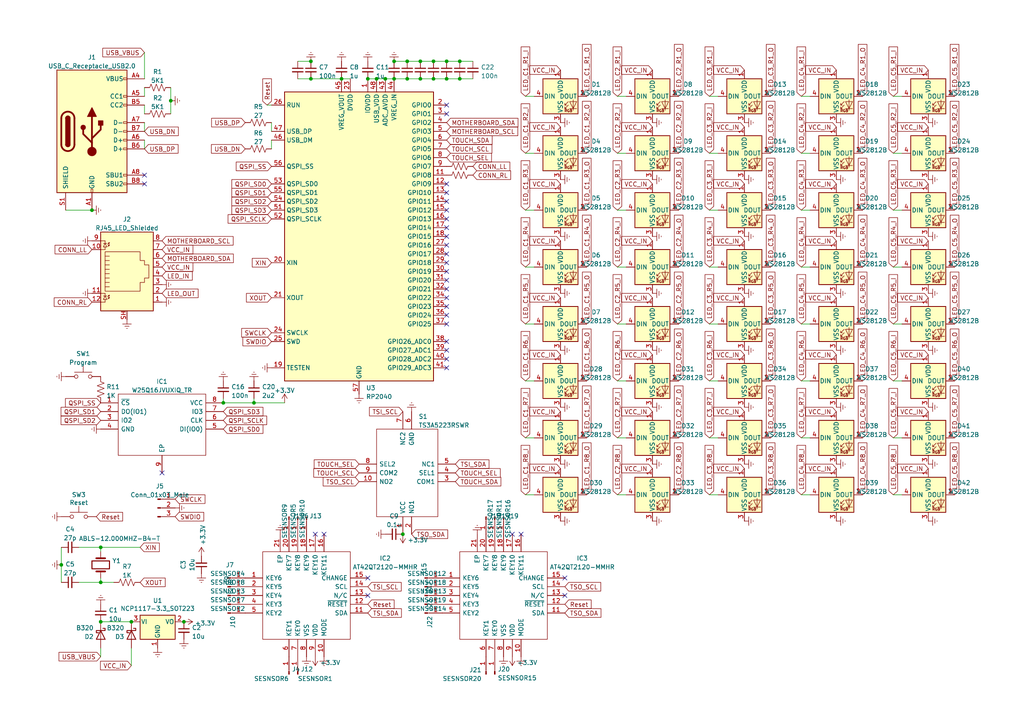
<source format=kicad_sch>
(kicad_sch (version 20211123) (generator eeschema)
  (paper "A4")
  (title_block (title "Wacca Touch Panel") (rev "1") (company "FizzyApple12"))
  (junction (at 29.21 158.75))
  (junction (at 118.11 22.86))
  (junction (at 29.21 168.91))
  (junction (at 90.17 17.78))
  (junction (at 26.67 60.96))
  (junction (at 133.35 17.78))
  (junction (at 129.54 22.86))
  (junction (at 64.77 116.84))
  (junction (at 49.53 29.21))
  (junction (at 53.34 180.34))
  (junction (at 99.06 22.86))
  (junction (at 121.92 22.86))
  (junction (at 116.84 154.94))
  (junction (at 114.3 17.78))
  (junction (at 125.73 22.86))
  (junction (at 133.35 22.86))
  (junction (at 109.22 22.86))
  (junction (at 111.76 22.86))
  (junction (at 121.92 17.78))
  (junction (at 125.73 17.78))
  (junction (at 118.11 17.78))
  (junction (at 17.78 163.83))
  (junction (at 38.1 180.34))
  (junction (at 129.54 17.78))
  (junction (at 90.17 22.86))
  (junction (at 29.21 180.34))
  (junction (at 73.66 116.84))
  (junction (at 114.3 22.86))
  (junction (at 106.68 22.86))
  (no_connect (at 106.68 172.72))
  (no_connect (at 163.83 172.72))
  (no_connect (at 41.91 50.8))
  (no_connect (at 41.91 53.34))
  (no_connect (at 46.99 137.16))
  (no_connect (at 151.13 154.94))
  (no_connect (at 129.54 68.58))
  (no_connect (at 129.54 66.04))
  (no_connect (at 148.59 154.94))
  (no_connect (at 129.54 55.88))
  (no_connect (at 129.54 53.34))
  (no_connect (at 106.68 167.64))
  (no_connect (at 163.83 167.64))
  (no_connect (at 129.54 30.48))
  (no_connect (at 129.54 33.02))
  (no_connect (at 129.54 91.44))
  (no_connect (at 129.54 88.9))
  (no_connect (at 129.54 86.36))
  (no_connect (at 129.54 83.82))
  (no_connect (at 129.54 81.28))
  (no_connect (at 129.54 78.74))
  (no_connect (at 129.54 76.2))
  (no_connect (at 129.54 73.66))
  (no_connect (at 129.54 71.12))
  (no_connect (at 93.98 154.94))
  (no_connect (at 129.54 63.5))
  (no_connect (at 91.44 154.94))
  (no_connect (at 129.54 58.42))
  (no_connect (at 129.54 106.68))
  (no_connect (at 129.54 104.14))
  (no_connect (at 129.54 101.6))
  (no_connect (at 129.54 99.06))
  (no_connect (at 129.54 93.98))
  (no_connect (at 129.54 60.96))
  (wire (pts (xy 86.36 22.86) (xy 90.17 22.86)))
  (wire (pts (xy 73.66 116.84) (xy 82.55 116.84)))
  (wire (pts (xy 29.21 167.64) (xy 29.21 168.91)))
  (wire (pts (xy 129.54 22.86) (xy 125.73 22.86)))
  (wire (pts (xy 152.4 77.47) (xy 154.94 77.47)))
  (wire (pts (xy 179.07 27.94) (xy 181.61 27.94)))
  (wire (pts (xy 17.78 163.83) (xy 17.78 168.91)))
  (wire (pts (xy 152.4 127) (xy 154.94 127)))
  (wire (pts (xy 29.21 160.02) (xy 29.21 158.75)))
  (wire (pts (xy 99.06 22.86) (xy 101.6 22.86)))
  (wire (pts (xy 118.11 22.86) (xy 114.3 22.86)))
  (wire (pts (xy 29.21 168.91) (xy 33.02 168.91)))
  (wire (pts (xy 64.77 115.57) (xy 64.77 116.84)))
  (wire (pts (xy 29.21 190.5) (xy 29.21 187.96)))
  (wire (pts (xy 41.91 25.4) (xy 41.91 27.94)))
  (wire (pts (xy 179.07 60.96) (xy 181.61 60.96)))
  (wire (pts (xy 125.73 17.78) (xy 129.54 17.78)))
  (wire (pts (xy 86.36 17.78) (xy 90.17 17.78)))
  (wire (pts (xy 179.07 44.45) (xy 181.61 44.45)))
  (wire (pts (xy 121.92 17.78) (xy 125.73 17.78)))
  (wire (pts (xy 129.54 17.78) (xy 133.35 17.78)))
  (wire (pts (xy 125.73 22.86) (xy 121.92 22.86)))
  (wire (pts (xy 205.74 44.45) (xy 208.28 44.45)))
  (wire (pts (xy 38.1 180.34) (xy 29.21 180.34)))
  (wire (pts (xy 179.07 127) (xy 181.61 127)))
  (wire (pts (xy 22.86 158.75) (xy 29.21 158.75)))
  (wire (pts (xy 133.35 22.86) (xy 129.54 22.86)))
  (wire (pts (xy 205.74 60.96) (xy 208.28 60.96)))
  (wire (pts (xy 121.92 22.86) (xy 118.11 22.86)))
  (wire (pts (xy 78.74 40.64) (xy 78.74 43.18)))
  (wire (pts (xy 205.74 127) (xy 208.28 127)))
  (wire (pts (xy 259.08 77.47) (xy 261.62 77.47)))
  (wire (pts (xy 232.41 27.94) (xy 234.95 27.94)))
  (wire (pts (xy 152.4 143.51) (xy 154.94 143.51)))
  (wire (pts (xy 41.91 30.48) (xy 41.91 33.02)))
  (wire (pts (xy 137.16 22.86) (xy 133.35 22.86)))
  (wire (pts (xy 109.22 22.86) (xy 111.76 22.86)))
  (wire (pts (xy 259.08 93.98) (xy 261.62 93.98)))
  (wire (pts (xy 179.07 93.98) (xy 181.61 93.98)))
  (wire (pts (xy 106.68 22.86) (xy 109.22 22.86)))
  (wire (pts (xy 152.4 60.96) (xy 154.94 60.96)))
  (wire (pts (xy 179.07 143.51) (xy 181.61 143.51)))
  (wire (pts (xy 133.35 17.78) (xy 137.16 17.78)))
  (wire (pts (xy 49.53 29.21) (xy 49.53 33.02)))
  (wire (pts (xy 179.07 110.49) (xy 181.61 110.49)))
  (wire (pts (xy 205.74 110.49) (xy 208.28 110.49)))
  (wire (pts (xy 38.1 193.04) (xy 38.1 187.96)))
  (wire (pts (xy 152.4 44.45) (xy 154.94 44.45)))
  (wire (pts (xy 232.41 143.51) (xy 234.95 143.51)))
  (wire (pts (xy 205.74 93.98) (xy 208.28 93.98)))
  (wire (pts (xy 179.07 77.47) (xy 181.61 77.47)))
  (wire (pts (xy 259.08 143.51) (xy 261.62 143.51)))
  (wire (pts (xy 232.41 44.45) (xy 234.95 44.45)))
  (wire (pts (xy 29.21 158.75) (xy 40.64 158.75)))
  (wire (pts (xy 259.08 127) (xy 261.62 127)))
  (wire (pts (xy 90.17 22.86) (xy 99.06 22.86)))
  (wire (pts (xy 259.08 110.49) (xy 261.62 110.49)))
  (wire (pts (xy 232.41 60.96) (xy 234.95 60.96)))
  (wire (pts (xy 77.47 30.48) (xy 78.74 30.48)))
  (wire (pts (xy 78.74 35.56) (xy 78.74 38.1)))
  (wire (pts (xy 17.78 158.75) (xy 17.78 163.83)))
  (wire (pts (xy 205.74 27.94) (xy 208.28 27.94)))
  (wire (pts (xy 259.08 27.94) (xy 261.62 27.94)))
  (wire (pts (xy 73.66 115.57) (xy 73.66 116.84)))
  (wire (pts (xy 232.41 110.49) (xy 234.95 110.49)))
  (wire (pts (xy 205.74 77.47) (xy 208.28 77.47)))
  (wire (pts (xy 232.41 93.98) (xy 234.95 93.98)))
  (wire (pts (xy 19.05 60.96) (xy 26.67 60.96)))
  (wire (pts (xy 114.3 17.78) (xy 118.11 17.78)))
  (wire (pts (xy 41.91 15.24) (xy 41.91 22.86)))
  (wire (pts (xy 205.74 143.51) (xy 208.28 143.51)))
  (wire (pts (xy 41.91 35.56) (xy 41.91 38.1)))
  (wire (pts (xy 232.41 77.47) (xy 234.95 77.47)))
  (wire (pts (xy 41.91 40.64) (xy 41.91 43.18)))
  (wire (pts (xy 118.11 17.78) (xy 121.92 17.78)))
  (wire (pts (xy 152.4 27.94) (xy 154.94 27.94)))
  (wire (pts (xy 73.66 116.84) (xy 64.77 116.84)))
  (wire (pts (xy 152.4 110.49) (xy 154.94 110.49)))
  (wire (pts (xy 232.41 127) (xy 234.95 127)))
  (wire (pts (xy 152.4 93.98) (xy 154.94 93.98)))
  (wire (pts (xy 111.76 22.86) (xy 114.3 22.86)))
  (wire (pts (xy 259.08 44.45) (xy 261.62 44.45)))
  (wire (pts (xy 22.86 168.91) (xy 29.21 168.91)))
  (wire (pts (xy 49.53 25.4) (xy 49.53 29.21)))
  (wire (pts (xy 259.08 60.96) (xy 261.62 60.96)))
  (global_label "LED_C3" (shape input) (at 252.73 -40.64 180) (property "Intersheet References" "${INTERSHEET_REFS}" (effects hide)))
  (global_label "LED_C5_R3_I" (shape input) (at 231.14 -11.43 180) (property "Intersheet References" "${INTERSHEET_REFS}" (effects hide)))
  (global_label "LED_C2" (shape input) (at 181.61 -40.64 0) (property "Intersheet References" "${INTERSHEET_REFS}" (effects hide)))
  (global_label "VCC_IN" (shape input) (at 162.56 53.34 180) (property "Intersheet References" "${INTERSHEET_REFS}" (effects hide)))
  (global_label "TSO_SDA" (shape input) (at 119.38 154.94 0) (property "Intersheet References" "${INTERSHEET_REFS}" (effects hide)))
  (global_label "LED_C3_R3_I" (shape input) (at 205.74 60.96 90) (property "Intersheet References" "${INTERSHEET_REFS}" (effects hide)))
  (global_label "LED_IN" (shape input) (at 46.99 80.01 0) (property "Intersheet References" "${INTERSHEET_REFS}" (effects hide)))
  (global_label "TSO_SDA" (shape input) (at 163.83 177.8 0) (property "Intersheet References" "${INTERSHEET_REFS}" (effects hide)))
  (global_label "LED_C5_R5_I" (shape input) (at 231.14 -6.35 180) (property "Intersheet References" "${INTERSHEET_REFS}" (effects hide)))
  (global_label "LED_C4_R1_O" (shape input) (at 250.19 27.94 90) (property "Intersheet References" "${INTERSHEET_REFS}" (effects hide)))
  (global_label "LED_C5_R2_I" (shape input) (at 231.14 -13.97 180) (property "Intersheet References" "${INTERSHEET_REFS}" (effects hide)))
  (global_label "LED_C3_R5_O" (shape input) (at 265.43 -27.94 0) (property "Intersheet References" "${INTERSHEET_REFS}" (effects hide)))
  (global_label "LED_C3_R4_O" (shape input) (at 223.52 77.47 90) (property "Intersheet References" "${INTERSHEET_REFS}" (effects hide)))
  (global_label "VCC_IN" (shape input) (at 242.57 53.34 180) (property "Intersheet References" "${INTERSHEET_REFS}" (effects hide)))
  (global_label "LED_C3_R3_I" (shape input) (at 252.73 -33.02 180) (property "Intersheet References" "${INTERSHEET_REFS}" (effects hide)))
  (global_label "LED_C3_R4_O" (shape input) (at 265.43 -30.48 0) (property "Intersheet References" "${INTERSHEET_REFS}" (effects hide)))
  (global_label "LED_C2_R8_I" (shape input) (at 179.07 143.51 90) (property "Intersheet References" "${INTERSHEET_REFS}" (effects hide)))
  (global_label "LED_C4" (shape input) (at 265.43 -40.64 0) (property "Intersheet References" "${INTERSHEET_REFS}" (effects hide)))
  (global_label "TSI_SDA" (shape input) (at 132.08 134.62 0) (property "Intersheet References" "${INTERSHEET_REFS}" (effects hide)))
  (global_label "LED_C3_R1_O" (shape input) (at 265.43 -38.1 0) (property "Intersheet References" "${INTERSHEET_REFS}" (effects hide)))
  (global_label "LED_C1_R8_I" (shape input) (at 152.4 143.51 90) (property "Intersheet References" "${INTERSHEET_REFS}" (effects hide)))
  (global_label "LED_C3_R6_O" (shape input) (at 223.52 110.49 90) (property "Intersheet References" "${INTERSHEET_REFS}" (effects hide)))
  (global_label "VCC_IN" (shape input) (at 215.9 36.83 180) (property "Intersheet References" "${INTERSHEET_REFS}" (effects hide)))
  (global_label "LED_C4_R2_O" (shape input) (at 201.93 -13.97 0) (property "Intersheet References" "${INTERSHEET_REFS}" (effects hide)))
  (global_label "LED_C5_R7_O" (shape input) (at 276.86 127 90) (property "Intersheet References" "${INTERSHEET_REFS}" (effects hide)))
  (global_label "LED_C3_R5_I" (shape input) (at 205.74 93.98 90) (property "Intersheet References" "${INTERSHEET_REFS}" (effects hide)))
  (global_label "LED_C2_R2_O" (shape input) (at 196.85 44.45 90) (property "Intersheet References" "${INTERSHEET_REFS}" (effects hide)))
  (global_label "VCC_IN" (shape input) (at 242.57 36.83 180) (property "Intersheet References" "${INTERSHEET_REFS}" (effects hide)))
  (global_label "LED_C2_R4_I" (shape input) (at 179.07 77.47 90) (property "Intersheet References" "${INTERSHEET_REFS}" (effects hide)))
  (global_label "LED_C1_R4_I" (shape input) (at 168.91 -30.48 180) (property "Intersheet References" "${INTERSHEET_REFS}" (effects hide)))
  (global_label "QSPI_SS" (shape input) (at 29.21 116.84 180) (property "Intersheet References" "${INTERSHEET_REFS}" (effects hide)))
  (global_label "LED_C4_R3_I" (shape input) (at 232.41 60.96 90) (property "Intersheet References" "${INTERSHEET_REFS}" (effects hide)))
  (global_label "QSPI_SD3" (shape input) (at 78.74 60.96 180) (property "Intersheet References" "${INTERSHEET_REFS}" (effects hide)))
  (global_label "LED_C3_R4_I" (shape input) (at 252.73 -30.48 180) (property "Intersheet References" "${INTERSHEET_REFS}" (effects hide)))
  (global_label "VCC_IN" (shape input) (at 189.23 135.89 180) (property "Intersheet References" "${INTERSHEET_REFS}" (effects hide)))
  (global_label "QSPI_SCLK" (shape input) (at 78.74 63.5 180) (property "Intersheet References" "${INTERSHEET_REFS}" (effects hide)))
  (global_label "VCC_IN" (shape input) (at 215.9 20.32 180) (property "Intersheet References" "${INTERSHEET_REFS}" (effects hide)))
  (global_label "LED_C4_R2_I" (shape input) (at 189.23 -13.97 180) (property "Intersheet References" "${INTERSHEET_REFS}" (effects hide)))
  (global_label "LED_C1_R3_I" (shape input) (at 152.4 60.96 90) (property "Intersheet References" "${INTERSHEET_REFS}" (effects hide)))
  (global_label "LED_C1_R5_I" (shape input) (at 152.4 93.98 90) (property "Intersheet References" "${INTERSHEET_REFS}" (effects hide)))
  (global_label "VCC_IN" (shape input) (at 242.57 86.36 180) (property "Intersheet References" "${INTERSHEET_REFS}" (effects hide)))
  (global_label "VCC_IN" (shape input) (at 269.24 102.87 180) (property "Intersheet References" "${INTERSHEET_REFS}" (effects hide)))
  (global_label "LED_C1_R5_O" (shape input) (at 181.61 -27.94 0) (property "Intersheet References" "${INTERSHEET_REFS}" (effects hide)))
  (global_label "LED_C4_R7_O" (shape input) (at 250.19 127 90) (property "Intersheet References" "${INTERSHEET_REFS}" (effects hide)))
  (global_label "VCC_IN" (shape input) (at 189.23 69.85 180) (property "Intersheet References" "${INTERSHEET_REFS}" (effects hide)))
  (global_label "XIN" (shape input) (at 78.74 76.2 180) (property "Intersheet References" "${INTERSHEET_REFS}" (effects hide)))
  (global_label "LED_C4_R5_O" (shape input) (at 250.19 93.98 90) (property "Intersheet References" "${INTERSHEET_REFS}" (effects hide)))
  (global_label "MOTHERBOARD_SDA" (shape input) (at 46.99 74.93 0) (property "Intersheet References" "${INTERSHEET_REFS}" (effects hide)))
  (global_label "LED_C4_R2_I" (shape input) (at 232.41 44.45 90) (property "Intersheet References" "${INTERSHEET_REFS}" (effects hide)))
  (global_label "LED_C2_R6_O" (shape input) (at 196.85 110.49 90) (property "Intersheet References" "${INTERSHEET_REFS}" (effects hide)))
  (global_label "VCC_IN" (shape input) (at 189.23 53.34 180) (property "Intersheet References" "${INTERSHEET_REFS}" (effects hide)))
  (global_label "VCC_IN" (shape input) (at 269.24 119.38 180) (property "Intersheet References" "${INTERSHEET_REFS}" (effects hide)))
  (global_label "VCC_IN" (shape input) (at 215.9 119.38 180) (property "Intersheet References" "${INTERSHEET_REFS}" (effects hide)))
  (global_label "TOUCH_SEL" (shape input) (at 129.54 45.72 0) (property "Intersheet References" "${INTERSHEET_REFS}" (effects hide)))
  (global_label "VCC_IN" (shape input) (at 189.23 36.83 180) (property "Intersheet References" "${INTERSHEET_REFS}" (effects hide)))
  (global_label "LED_C3_R5_I" (shape input) (at 252.73 -27.94 180) (property "Intersheet References" "${INTERSHEET_REFS}" (effects hide)))
  (global_label "VCC_IN" (shape input) (at 242.57 69.85 180) (property "Intersheet References" "${INTERSHEET_REFS}" (effects hide)))
  (global_label "VCC_IN" (shape input) (at 162.56 102.87 180) (property "Intersheet References" "${INTERSHEET_REFS}" (effects hide)))
  (global_label "LED_C2_R5_O" (shape input) (at 196.85 93.98 90) (property "Intersheet References" "${INTERSHEET_REFS}" (effects hide)))
  (global_label "LED_C5_R4_O" (shape input) (at 276.86 77.47 90) (property "Intersheet References" "${INTERSHEET_REFS}" (effects hide)))
  (global_label "LED_C1_R3_O" (shape input) (at 181.61 -33.02 0) (property "Intersheet References" "${INTERSHEET_REFS}" (effects hide)))
  (global_label "LED_C5_R8_I" (shape input) (at 259.08 143.51 90) (property "Intersheet References" "${INTERSHEET_REFS}" (effects hide)))
  (global_label "USB_VBUS" (shape input) (at 29.21 190.4516 180) (property "Intersheet References" "${INTERSHEET_REFS}" (effects hide)))
  (global_label "TSI_SCL" (shape input) (at 106.68 170.18 0) (property "Intersheet References" "${INTERSHEET_REFS}" (effects hide)))
  (global_label "VCC_IN" (shape input) (at 38.1 193.04 180) (property "Intersheet References" "${INTERSHEET_REFS}" (effects hide)))
  (global_label "VCC_IN" (shape input) (at 162.56 36.83 180) (property "Intersheet References" "${INTERSHEET_REFS}" (effects hide)))
  (global_label "LED_C2_R5_I" (shape input) (at 210.82 -27.94 180) (property "Intersheet References" "${INTERSHEET_REFS}" (effects hide)))
  (global_label "XOUT" (shape input) (at 40.64 168.91 0) (property "Intersheet References" "${INTERSHEET_REFS}" (effects hide)))
  (global_label "VCC_IN" (shape input) (at 189.23 119.38 180) (property "Intersheet References" "${INTERSHEET_REFS}" (effects hide)))
  (global_label "LED_C2_R5_O" (shape input) (at 223.52 -27.94 0) (property "Intersheet References" "${INTERSHEET_REFS}" (effects hide)))
  (global_label "LED_C2_R2_I" (shape input) (at 179.07 44.45 90) (property "Intersheet References" "${INTERSHEET_REFS}" (effects hide)))
  (global_label "LED_C5_R4_O" (shape input) (at 243.84 -8.89 0) (property "Intersheet References" "${INTERSHEET_REFS}" (effects hide)))
  (global_label "LED_C2_R5_I" (shape input) (at 179.07 93.98 90) (property "Intersheet References" "${INTERSHEET_REFS}" (effects hide)))
  (global_label "LED_C1_R1_O" (shape input) (at 181.61 -38.1 0) (property "Intersheet References" "${INTERSHEET_REFS}" (effects hide)))
  (global_label "TSI_SDA" (shape input) (at 106.68 177.8 0) (property "Intersheet References" "${INTERSHEET_REFS}" (effects hide)))
  (global_label "LED_C2_R3_I" (shape input) (at 210.82 -33.02 180) (property "Intersheet References" "${INTERSHEET_REFS}" (effects hide)))
  (global_label "LED_C2_R4_O" (shape input) (at 196.85 77.47 90) (property "Intersheet References" "${INTERSHEET_REFS}" (effects hide)))
  (global_label "LED_C4_R6_I" (shape input) (at 232.41 110.49 90) (property "Intersheet References" "${INTERSHEET_REFS}" (effects hide)))
  (global_label "VCC_IN" (shape input) (at 269.24 20.32 180) (property "Intersheet References" "${INTERSHEET_REFS}" (effects hide)))
  (global_label "LED_C5_R6_I" (shape input) (at 259.08 110.49 90) (property "Intersheet References" "${INTERSHEET_REFS}" (effects hide)))
  (global_label "XOUT" (shape input) (at 78.74 86.36 180) (property "Intersheet References" "${INTERSHEET_REFS}" (effects hide)))
  (global_label "LED_C4_R4_I" (shape input) (at 189.23 -8.89 180) (property "Intersheet References" "${INTERSHEET_REFS}" (effects hide)))
  (global_label "TOUCH_SCL" (shape input) (at 104.14 137.16 180) (property "Intersheet References" "${INTERSHEET_REFS}" (effects hide)))
  (global_label "VCC_IN" (shape input) (at 215.9 135.89 180) (property "Intersheet References" "${INTERSHEET_REFS}" (effects hide)))
  (global_label "LED_C3_R4_I" (shape input) (at 205.74 77.47 90) (property "Intersheet References" "${INTERSHEET_REFS}" (effects hide)))
  (global_label "LED_C5_R4_I" (shape input) (at 231.14 -8.89 180) (property "Intersheet References" "${INTERSHEET_REFS}" (effects hide)))
  (global_label "LED_C4_R7_I" (shape input) (at 232.41 127 90) (property "Intersheet References" "${INTERSHEET_REFS}" (effects hide)))
  (global_label "VCC_IN" (shape input) (at 189.23 102.87 180) (property "Intersheet References" "${INTERSHEET_REFS}" (effects hide)))
  (global_label "VCC_IN" (shape input) (at 242.57 102.87 180) (property "Intersheet References" "${INTERSHEET_REFS}" (effects hide)))
  (global_label "LED_C1_R4_I" (shape input) (at 152.4 77.47 90) (property "Intersheet References" "${INTERSHEET_REFS}" (effects hide)))
  (global_label "LED_C5_R1_I" (shape input) (at 259.08 27.94 90) (property "Intersheet References" "${INTERSHEET_REFS}" (effects hide)))
  (global_label "LED_C2_R1_O" (shape input) (at 223.52 -38.1 0) (property "Intersheet References" "${INTERSHEET_REFS}" (effects hide)))
  (global_label "SWDIO" (shape input) (at 50.8 149.86 0) (property "Intersheet References" "${INTERSHEET_REFS}" (effects hide)))
  (global_label "TSI_SCL" (shape input) (at 116.84 119.38 180) (property "Intersheet References" "${INTERSHEET_REFS}" (effects hide)))
  (global_label "Reset" (shape input) (at 163.83 175.26 0) (property "Intersheet References" "${INTERSHEET_REFS}" (effects hide)))
  (global_label "LED_C2_R4_I" (shape input) (at 210.82 -30.48 180) (property "Intersheet References" "${INTERSHEET_REFS}" (effects hide)))
  (global_label "LED_C1_R7_I" (shape input) (at 152.4 127 90) (property "Intersheet References" "${INTERSHEET_REFS}" (effects hide)))
  (global_label "Reset" (shape input) (at 106.68 175.26 0) (property "Intersheet References" "${INTERSHEET_REFS}" (effects hide)))
  (global_label "QSPI_SD1" (shape input) (at 29.21 119.38 180) (property "Intersheet References" "${INTERSHEET_REFS}" (effects hide)))
  (global_label "LED_C1_R2_O" (shape input) (at 170.18 44.45 90) (property "Intersheet References" "${INTERSHEET_REFS}" (effects hide)))
  (global_label "TOUCH_SCL" (shape input) (at 129.54 43.18 0) (property "Intersheet References" "${INTERSHEET_REFS}" (effects hide)))
  (global_label "LED_C5_R3_O" (shape input) (at 276.86 60.96 90) (property "Intersheet References" "${INTERSHEET_REFS}" (effects hide)))
  (global_label "LED_C1_R2_O" (shape input) (at 181.61 -35.56 0) (property "Intersheet References" "${INTERSHEET_REFS}" (effects hide)))
  (global_label "LED_C1_R5_O" (shape input) (at 170.18 93.98 90) (property "Intersheet References" "${INTERSHEET_REFS}" (effects hide)))
  (global_label "LED_C4_R4_O" (shape input) (at 250.19 77.47 90) (property "Intersheet References" "${INTERSHEET_REFS}" (effects hide)))
  (global_label "LED_OUT" (shape input) (at 243.84 -19.05 0) (property "Intersheet References" "${INTERSHEET_REFS}" (effects hide)))
  (global_label "VCC_IN" (shape input) (at 189.23 20.32 180) (property "Intersheet References" "${INTERSHEET_REFS}" (effects hide)))
  (global_label "VCC_IN" (shape input) (at 269.24 53.34 180) (property "Intersheet References" "${INTERSHEET_REFS}" (effects hide)))
  (global_label "LED_C2_R4_O" (shape input) (at 223.52 -30.48 0) (property "Intersheet References" "${INTERSHEET_REFS}" (effects hide)))
  (global_label "LED_C1_R6_I" (shape input) (at 152.4 110.49 90) (property "Intersheet References" "${INTERSHEET_REFS}" (effects hide)))
  (global_label "LED_C3_R2_O" (shape input) (at 223.52 44.45 90) (property "Intersheet References" "${INTERSHEET_REFS}" (effects hide)))
  (global_label "VCC_IN" (shape input) (at 269.24 36.83 180) (property "Intersheet References" "${INTERSHEET_REFS}" (effects hide)))
  (global_label "LED_C1_R5_I" (shape input) (at 168.91 -27.94 180) (property "Intersheet References" "${INTERSHEET_REFS}" (effects hide)))
  (global_label "USB_DP" (shape input) (at 41.91 43.18 0) (property "Intersheet References" "${INTERSHEET_REFS}" (effects hide)))
  (global_label "USB_VBUS" (shape input) (at 41.91 15.24 180) (property "Intersheet References" "${INTERSHEET_REFS}" (effects hide)))
  (global_label "LED_C5_R3_O" (shape input) (at 243.84 -11.43 0) (property "Intersheet References" "${INTERSHEET_REFS}" (effects hide)))
  (global_label "CONN_RL" (shape input) (at 26.67 87.63 180) (property "Intersheet References" "${INTERSHEET_REFS}" (effects hide)))
  (global_label "LED_C5_R1_O" (shape input) (at 276.86 27.94 90) (property "Intersheet References" "${INTERSHEET_REFS}" (effects hide)))
  (global_label "VCC_IN" (shape input) (at 46.99 77.47 0) (property "Intersheet References" "${INTERSHEET_REFS}" (effects hide)))
  (global_label "SWCLK" (shape input) (at 78.74 96.52 180) (property "Intersheet References" "${INTERSHEET_REFS}" (effects hide)))
  (global_label "LED_C3_R5_O" (shape input) (at 223.52 93.98 90) (property "Intersheet References" "${INTERSHEET_REFS}" (effects hide)))
  (global_label "VCC_IN" (shape input) (at 269.24 86.36 180) (property "Intersheet References" "${INTERSHEET_REFS}" (effects hide)))
  (global_label "LED_C5_R8_O" (shape input) (at 276.86 143.51 90) (property "Intersheet References" "${INTERSHEET_REFS}" (effects hide)))
  (global_label "LED_C2_R6_I" (shape input) (at 179.07 110.49 90) (property "Intersheet References" "${INTERSHEET_REFS}" (effects hide)))
  (global_label "VCC_IN" (shape input) (at 242.57 135.89 180) (property "Intersheet References" "${INTERSHEET_REFS}" (effects hide)))
  (global_label "VCC_IN" (shape input) (at 215.9 86.36 180) (property "Intersheet References" "${INTERSHEET_REFS}" (effects hide)))
  (global_label "USB_DN" (shape input) (at 71.12 43.18 180) (property "Intersheet References" "${INTERSHEET_REFS}" (effects hide)))
  (global_label "LED_C4_R5_I" (shape input) (at 189.23 -6.35 180) (property "Intersheet References" "${INTERSHEET_REFS}" (effects hide)))
  (global_label "LED_C1_R2_I" (shape input) (at 168.91 -35.56 180) (property "Intersheet References" "${INTERSHEET_REFS}" (effects hide)))
  (global_label "LED_C3_R1_O" (shape input) (at 223.52 27.94 90) (property "Intersheet References" "${INTERSHEET_REFS}" (effects hide)))
  (global_label "VCC_IN" (shape input) (at 189.23 86.36 180) (property "Intersheet References" "${INTERSHEET_REFS}" (effects hide)))
  (global_label "LED_C3_R2_I" (shape input) (at 205.74 44.45 90) (property "Intersheet References" "${INTERSHEET_REFS}" (effects hide)))
  (global_label "LED_C4_R3_O" (shape input) (at 250.19 60.96 90) (property "Intersheet References" "${INTERSHEET_REFS}" (effects hide)))
  (global_label "LED_C2_R2_O" (shape input) (at 223.52 -35.56 0) (property "Intersheet References" "${INTERSHEET_REFS}" (effects hide)))
  (global_label "VCC_IN" (shape input) (at 269.24 69.85 180) (property "Intersheet References" "${INTERSHEET_REFS}" (effects hide)))
  (global_label "LED_C4_R2_O" (shape input) (at 250.19 44.45 90) (property "Intersheet References" "${INTERSHEET_REFS}" (effects hide)))
  (global_label "LED_C5_R6_O" (shape input) (at 276.86 110.49 90) (property "Intersheet References" "${INTERSHEET_REFS}" (effects hide)))
  (global_label "CONN_LL" (shape input) (at 137.16 48.26 0) (property "Intersheet References" "${INTERSHEET_REFS}" (effects hide)))
  (global_label "LED_C3_R1_I" (shape input) (at 205.74 27.94 90) (property "Intersheet References" "${INTERSHEET_REFS}" (effects hide)))
  (global_label "LED_C5_R1_O" (shape input) (at 243.84 -16.51 0) (property "Intersheet References" "${INTERSHEET_REFS}" (effects hide)))
  (global_label "QSPI_SD0" (shape input) (at 78.74 53.34 180) (property "Intersheet References" "${INTERSHEET_REFS}" (effects hide)))
  (global_label "LED_C1_R1_I" (shape input) (at 152.4 27.94 90) (property "Intersheet References" "${INTERSHEET_REFS}" (effects hide)))
  (global_label "LED_C5_R5_I" (shape input) (at 259.08 93.98 90) (property "Intersheet References" "${INTERSHEET_REFS}" (effects hide)))
  (global_label "LED_C5_R2_O" (shape input) (at 243.84 -13.97 0) (property "Intersheet References" "${INTERSHEET_REFS}" (effects hide)))
  (global_label "USB_DN" (shape input) (at 41.91 38.1 0) (property "Intersheet References" "${INTERSHEET_REFS}" (effects hide)))
  (global_label "SWCLK" (shape input) (at 50.8 144.78 0) (property "Intersheet References" "${INTERSHEET_REFS}" (effects hide)))
  (global_label "LED_C2_R1_O" (shape input) (at 196.85 27.94 90) (property "Intersheet References" "${INTERSHEET_REFS}" (effects hide)))
  (global_label "LED_C1_R1_O" (shape input) (at 170.18 27.94 90) (property "Intersheet References" "${INTERSHEET_REFS}" (effects hide)))
  (global_label "VCC_IN" (shape input) (at 215.9 69.85 180) (property "Intersheet References" "${INTERSHEET_REFS}" (effects hide)))
  (global_label "LED_C3_R3_O" (shape input) (at 223.52 60.96 90) (property "Intersheet References" "${INTERSHEET_REFS}" (effects hide)))
  (global_label "LED_C5" (shape input) (at 231.14 -19.05 180) (property "Intersheet References" "${INTERSHEET_REFS}" (effects hide)))
  (global_label "LED_C4_R6_O" (shape input) (at 250.19 110.49 90) (property "Intersheet References" "${INTERSHEET_REFS}" (effects hide)))
  (global_label "LED_C2_R7_O" (shape input) (at 196.85 127 90) (property "Intersheet References" "${INTERSHEET_REFS}" (effects hide)))
  (global_label "LED_C5_R5_O" (shape input) (at 276.86 93.98 90) (property "Intersheet References" "${INTERSHEET_REFS}" (effects hide)))
  (global_label "TOUCH_SEL" (shape input) (at 132.08 137.16 0) (property "Intersheet References" "${INTERSHEET_REFS}" (effects hide)))
  (global_label "LED_IN" (shape input) (at 168.91 -40.64 180) (property "Intersheet References" "${INTERSHEET_REFS}" (effects hide)))
  (global_label "LED_C4_R4_I" (shape input) (at 232.41 77.47 90) (property "Intersheet References" "${INTERSHEET_REFS}" (effects hide)))
  (global_label "VCC_IN" (shape input) (at 162.56 86.36 180) (property "Intersheet References" "${INTERSHEET_REFS}" (effects hide)))
  (global_label "LED_C5_R3_I" (shape input) (at 259.08 60.96 90) (property "Intersheet References" "${INTERSHEET_REFS}" (effects hide)))
  (global_label "LED_C4_R5_O" (shape input) (at 201.93 -6.35 0) (property "Intersheet References" "${INTERSHEET_REFS}" (effects hide)))
  (global_label "USB_DP" (shape input) (at 71.12 35.56 180) (property "Intersheet References" "${INTERSHEET_REFS}" (effects hide)))
  (global_label "Reset" (shape input) (at 77.47 30.48 90) (property "Intersheet References" "${INTERSHEET_REFS}" (effects hide)))
  (global_label "LED_C1_R3_O" (shape input) (at 170.18 60.96 90) (property "Intersheet References" "${INTERSHEET_REFS}" (effects hide)))
  (global_label "TOUCH_SDA" (shape input) (at 132.08 139.7 0) (property "Intersheet References" "${INTERSHEET_REFS}" (effects hide)))
  (global_label "LED_C5" (shape input) (at 201.93 -19.05 0) (property "Intersheet References" "${INTERSHEET_REFS}" (effects hide)))
  (global_label "VCC_IN" (shape input) (at 162.56 69.85 180) (property "Intersheet References" "${INTERSHEET_REFS}" (effects hide)))
  (global_label "TSO_SCL" (shape input) (at 104.14 139.7 180) (property "Intersheet References" "${INTERSHEET_REFS}" (effects hide)))
  (global_label "LED_C2_R1_I" (shape input) (at 179.07 27.94 90) (property "Intersheet References" "${INTERSHEET_REFS}" (effects hide)))
  (global_label "LED_C2_R3_O" (shape input) (at 223.52 -33.02 0) (property "Intersheet References" "${INTERSHEET_REFS}" (effects hide)))
  (global_label "VCC_IN" (shape input) (at 162.56 135.89 180) (property "Intersheet References" "${INTERSHEET_REFS}" (effects hide)))
  (global_label "VCC_IN" (shape input) (at 46.99 72.39 0) (property "Intersheet References" "${INTERSHEET_REFS}" (effects hide)))
  (global_label "LED_C2_R8_O" (shape input) (at 196.85 143.51 90) (property "Intersheet References" "${INTERSHEET_REFS}" (effects hide)))
  (global_label "LED_C4_R1_O" (shape input) (at 201.93 -16.51 0) (property "Intersheet References" "${INTERSHEET_REFS}" (effects hide)))
  (global_label "LED_C1_R2_I" (shape input) (at 152.4 44.45 90) (property "Intersheet References" "${INTERSHEET_REFS}" (effects hide)))
  (global_label "QSPI_SD2" (shape input) (at 78.74 58.42 180) (property "Intersheet References" "${INTERSHEET_REFS}" (effects hide)))
  (global_label "LED_C5_R7_I" (shape input) (at 259.08 127 90) (property "Intersheet References" "${INTERSHEET_REFS}" (effects hide)))
  (global_label "LED_C2" (shape input) (at 210.82 -40.64 180) (property "Intersheet References" "${INTERSHEET_REFS}" (effects hide)))
  (global_label "LED_C4_R8_I" (shape input) (at 232.41 143.51 90) (property "Intersheet References" "${INTERSHEET_REFS}" (effects hide)))
  (global_label "XIN" (shape input) (at 40.64 158.75 0) (property "Intersheet References" "${INTERSHEET_REFS}" (effects hide)))
  (global_label "TOUCH_SEL" (shape input) (at 104.14 134.62 180) (property "Intersheet References" "${INTERSHEET_REFS}" (effects hide)))
  (global_label "LED_C3_R7_O" (shape input) (at 223.52 127 90) (property "Intersheet References" "${INTERSHEET_REFS}" (effects hide)))
  (global_label "VCC_IN" (shape input) (at 242.57 20.32 180) (property "Intersheet References" "${INTERSHEET_REFS}" (effects hide)))
  (global_label "VCC_IN" (shape input) (at 242.57 119.38 180) (property "Intersheet References" "${INTERSHEET_REFS}" (effects hide)))
  (global_label "LED_C4_R3_I" (shape input) (at 189.23 -11.43 180) (property "Intersheet References" "${INTERSHEET_REFS}" (effects hide)))
  (global_label "QSPI_SS" (shape input) (at 78.74 48.26 180) (property "Intersheet References" "${INTERSHEET_REFS}" (effects hide)))
  (global_label "VCC_IN" (shape input) (at 162.56 119.38 180) (property "Intersheet References" "${INTERSHEET_REFS}" (effects hide)))
  (global_label "QSPI_SD3" (shape input) (at 64.77 119.38 0) (property "Intersheet References" "${INTERSHEET_REFS}" (effects hide)))
  (global_label "LED_C3_R3_O" (shape input) (at 265.43 -33.02 0) (property "Intersheet References" "${INTERSHEET_REFS}" (effects hide)))
  (global_label "QSPI_SCLK" (shape input) (at 64.77 121.92 0) (property "Intersheet References" "${INTERSHEET_REFS}" (effects hide)))
  (global_label "LED_C3_R2_O" (shape input) (at 265.43 -35.56 0) (property "Intersheet References" "${INTERSHEET_REFS}" (effects hide)))
  (global_label "LED_C2_R7_I" (shape input) (at 179.07 127 90) (property "Intersheet References" "${INTERSHEET_REFS}" (effects hide)))
  (global_label "QSPI_SD2" (shape input) (at 29.21 121.92 180) (property "Intersheet References" "${INTERSHEET_REFS}" (effects hide)))
  (global_label "LED_C4_R4_O" (shape input) (at 201.93 -8.89 0) (property "Intersheet References" "${INTERSHEET_REFS}" (effects hide)))
  (global_label "LED_C3" (shape input) (at 223.52 -40.64 0) (property "Intersheet References" "${INTERSHEET_REFS}" (effects hide)))
  (global_label "CONN_LL" (shape input) (at 26.67 72.39 180) (property "Intersheet References" "${INTERSHEET_REFS}" (effects hide)))
  (global_label "LED_C4_R3_O" (shape input) (at 201.93 -11.43 0) (property "Intersheet References" "${INTERSHEET_REFS}" (effects hide)))
  (global_label "LED_C1_R7_O" (shape input) (at 170.18 127 90) (property "Intersheet References" "${INTERSHEET_REFS}" (effects hide)))
  (global_label "SWDIO" (shape input) (at 78.74 99.06 180) (property "Intersheet References" "${INTERSHEET_REFS}" (effects hide)))
  (global_label "VCC_IN" (shape input) (at 162.56 20.32 180) (property "Intersheet References" "${INTERSHEET_REFS}" (effects hide)))
  (global_label "LED_C3_R1_I" (shape input) (at 252.73 -38.1 180) (property "Intersheet References" "${INTERSHEET_REFS}" (effects hide)))
  (global_label "TOUCH_SDA" (shape input) (at 129.54 40.64 0) (property "Intersheet References" "${INTERSHEET_REFS}" (effects hide)))
  (global_label "LED_C5_R2_I" (shape input) (at 259.08 44.45 90) (property "Intersheet References" "${INTERSHEET_REFS}" (effects hide)))
  (global_label "LED_C4" (shape input) (at 189.23 -19.05 180) (property "Intersheet References" "${INTERSHEET_REFS}" (effects hide)))
  (global_label "LED_C1_R3_I" (shape input) (at 168.91 -33.02 180) (property "Intersheet References" "${INTERSHEET_REFS}" (effects hide)))
  (global_label "LED_C2_R2_I" (shape input) (at 210.82 -35.56 180) (property "Intersheet References" "${INTERSHEET_REFS}" (effects hide)))
  (global_label "QSPI_SD1" (shape input) (at 78.74 55.88 180) (property "Intersheet References" "${INTERSHEET_REFS}" (effects hide)))
  (global_label "LED_C1_R4_O" (shape input) (at 170.18 77.47 90) (property "Intersheet References" "${INTERSHEET_REFS}" (effects hide)))
  (global_label "MOTHERBOARD_SDA" (shape input) (at 129.54 35.56 0) (property "Intersheet References" "${INTERSHEET_REFS}" (effects hide)))
  (global_label "LED_C3_R8_I" (shape input) (at 205.74 143.51 90) (property "Intersheet References" "${INTERSHEET_REFS}" (effects hide)))
  (global_label "LED_C5_R1_I" (shape input) (at 231.14 -16.51 180) (property "Intersheet References" "${INTERSHEET_REFS}" (effects hide)))
  (global_label "MOTHERBOARD_SCL" (shape input) (at 129.54 38.1 0) (property "Intersheet References" "${INTERSHEET_REFS}" (effects hide)))
  (global_label "LED_C4_R5_I" (shape input) (at 232.41 93.98 90) (property "Intersheet References" "${INTERSHEET_REFS}" (effects hide)))
  (global_label "LED_C1_R8_O" (shape input) (at 170.18 143.51 90) (property "Intersheet References" "${INTERSHEET_REFS}" (effects hide)))
  (global_label "LED_C3_R8_O" (shape input) (at 223.52 143.51 90) (property "Intersheet References" "${INTERSHEET_REFS}" (effects hide)))
  (global_label "CONN_RL" (shape input) (at 137.16 50.8 0) (property "Intersheet References" "${INTERSHEET_REFS}" (effects hide)))
  (global_label "LED_C2_R3_O" (shape input) (at 196.85 60.96 90) (property "Intersheet References" "${INTERSHEET_REFS}" (effects hide)))
  (global_label "LED_C3_R7_I" (shape input) (at 205.74 127 90) (property "Intersheet References" "${INTERSHEET_REFS}" (effects hide)))
  (global_label "VCC_IN" (shape input) (at 215.9 53.34 180) (property "Intersheet References" "${INTERSHEET_REFS}" (effects hide)))
  (global_label "LED_C2_R1_I" (shape input) (at 210.82 -38.1 180) (property "Intersheet References" "${INTERSHEET_REFS}" (effects hide)))
  (global_label "LED_C5_R5_O" (shape input) (at 243.84 -6.35 0) (property "Intersheet References" "${INTERSHEET_REFS}" (effects hide)))
  (global_label "VCC_IN" (shape input) (at 215.9 102.87 180) (property "Intersheet References" "${INTERSHEET_REFS}" (effects hide)))
  (global_label "LED_C4_R1_I" (shape input) (at 232.41 27.94 90) (property "Intersheet References" "${INTERSHEET_REFS}" (effects hide)))
  (global_label "Reset" (shape input) (at 27.94 149.86 0) (property "Intersheet References" "${INTERSHEET_REFS}" (effects hide)))
  (global_label "LED_C3_R2_I" (shape input) (at 252.73 -35.56 180) (property "Intersheet References" "${INTERSHEET_REFS}" (effects hide)))
  (global_label "LED_C5_R2_O" (shape input) (at 276.86 44.45 90) (property "Intersheet References" "${INTERSHEET_REFS}" (effects hide)))
  (global_label "VCC_IN" (shape input) (at 269.24 135.89 180) (property "Intersheet References" "${INTERSHEET_REFS}" (effects hide)))
  (global_label "LED_C5_R4_I" (shape input) (at 259.08 77.47 90) (property "Intersheet References" "${INTERSHEET_REFS}" (effects hide)))
  (global_label "TSO_SCL" (shape input) (at 163.83 170.18 0) (property "Intersheet References" "${INTERSHEET_REFS}" (effects hide)))
  (global_label "LED_C4_R1_I" (shape input) (at 189.23 -16.51 180) (property "Intersheet References" "${INTERSHEET_REFS}" (effects hide)))
  (global_label "LED_OUT" (shape input) (at 46.99 85.09 0) (property "Intersheet References" "${INTERSHEET_REFS}" (effects hide)))
  (global_label "QSPI_SD0" (shape input) (at 64.77 124.46 0) (property "Intersheet References" "${INTERSHEET_REFS}" (effects hide)))
  (global_label "LED_C1_R4_O" (shape input) (at 181.61 -30.48 0) (property "Intersheet References" "${INTERSHEET_REFS}" (effects hide)))
  (global_label "LED_C1_R6_O" (shape input) (at 170.18 110.49 90) (property "Intersheet References" "${INTERSHEET_REFS}" (effects hide)))
  (global_label "LED_C3_R6_I" (shape input) (at 205.74 110.49 90) (property "Intersheet References" "${INTERSHEET_REFS}" (effects hide)))
  (global_label "MOTHERBOARD_SCL" (shape input) (at 46.99 69.85 0) (property "Intersheet References" "${INTERSHEET_REFS}" (effects hide)))
  (global_label "LED_C1_R1_I" (shape input) (at 168.91 -38.1 180) (property "Intersheet References" "${INTERSHEET_REFS}" (effects hide)))
  (global_label "LED_C2_R3_I" (shape input) (at 179.07 60.96 90) (property "Intersheet References" "${INTERSHEET_REFS}" (effects hide)))
  (global_label "LED_C4_R8_O" (shape input) (at 250.19 143.51 90) (property "Intersheet References" "${INTERSHEET_REFS}" (effects hide)))
  (symbol (lib_id "LED:WS2812B") (at 215.9 143.51 0) (unit 1)
    (property "Reference" "D36" (at 226.2059 140.0516 0))
    (property "Value" "WS2812B" (at 226.2059 142.5885 0))
    (property "Footprint" "LED_SMD:LED_WS2812B_PLCC4_5.0x5.0mm_P3.2mm" (effects hide))
    (property "Datasheet" "https://cdn-shop.adafruit.com/datasheets/WS2812B.pdf" (effects hide))
  )
  (symbol (lib_id "Device:R_US") (at 74.93 35.56 90) (unit 1)
    (property "Reference" "R5" (at 74.93 30.9712 90))
    (property "Value" "27" (at 74.93 33.5081 90))
    (property "Footprint" "Resistor_SMD:R_0402_1005Metric" (effects hide))
  )
  (symbol (lib_id "power:Earth") (at 162.56 35.56 90) (unit 1)
    (property "Reference" "#PWR021" (effects hide))
    (property "Value" "Earth" (effects hide))
  )
  (symbol (lib_id "power:Earth") (at 26.67 60.96 90) (unit 1)
    (property "Reference" "#PWR01" (effects hide))
    (property "Value" "Earth" (effects hide))
  )
  (symbol (lib_id "Device:C_Small") (at 58.42 163.83 180) (unit 1)
    (property "Reference" "C3" (at 53.1581 163.8237 90))
    (property "Value" "10u" (at 55.695 163.8237 90))
    (property "Footprint" "Capacitor_SMD:C_0402_1005Metric" (effects hide))
  )
  (symbol (lib_id "Device:C_Small") (at 129.54 20.32 0) (unit 1)
    (property "Reference" "C18" (effects hide))
    (property "Value" "100n" (effects hide))
    (property "Footprint" "Capacitor_SMD:C_0402_1005Metric" (effects hide))
  )
  (symbol (lib_id "LED:WS2812B") (at 215.9 93.98 0) (unit 1)
    (property "Reference" "D17" (at 226.2059 90.5216 0))
    (property "Value" "WS2812B" (at 226.2059 93.0585 0))
    (property "Footprint" "LED_SMD:LED_WS2812B_PLCC4_5.0x5.0mm_P3.2mm" (effects hide))
    (property "Datasheet" "https://cdn-shop.adafruit.com/datasheets/WS2812B.pdf" (effects hide))
  )
  (symbol (lib_id "LED:WS2812B") (at 162.56 110.49 0) (unit 1)
    (property "Reference" "D28" (at 172.8659 107.0316 0))
    (property "Value" "WS2812B" (at 172.8659 109.5685 0))
    (property "Footprint" "LED_SMD:LED_WS2812B_PLCC4_5.0x5.0mm_P3.2mm" (effects hide))
    (property "Datasheet" "https://cdn-shop.adafruit.com/datasheets/WS2812B.pdf" (effects hide))
  )
  (symbol (lib_id "power:Earth") (at 242.57 118.11 90) (unit 1)
    (property "Reference" "#PWR0104" (effects hide))
    (property "Value" "Earth" (effects hide))
  )
  (symbol (lib_id "Connector:Conn_01x01_Male") (at 123.19 172.72 0) (unit 1)
    (property "Reference" "J23" (at 124.6597 173.5582 90) (effects (justify right)))
    (property "Value" "SESNSOR13" (at 129.54 171.45 0) (effects (justify right)))
    (property "Footprint" "Connector_PinHeader_2.54mm:PinHeader_1x01_P2.54mm_Vertical" (effects hide))
  )
  (symbol (lib_id "LED:WS2812B") (at 269.24 44.45 0) (unit 1)
    (property "Reference" "D24" (at 279.5459 40.9916 0))
    (property "Value" "WS2812B" (at 279.5459 43.5285 0))
    (property "Footprint" "LED_SMD:LED_WS2812B_PLCC4_5.0x5.0mm_P3.2mm" (effects hide))
    (property "Datasheet" "https://cdn-shop.adafruit.com/datasheets/WS2812B.pdf" (effects hide))
  )
  (symbol (lib_id "LED:WS2812B") (at 215.9 127 0) (unit 1)
    (property "Reference" "D35" (at 226.2059 123.5416 0))
    (property "Value" "WS2812B" (at 226.2059 126.0785 0))
    (property "Footprint" "LED_SMD:LED_WS2812B_PLCC4_5.0x5.0mm_P3.2mm" (effects hide))
    (property "Datasheet" "https://cdn-shop.adafruit.com/datasheets/WS2812B.pdf" (effects hide))
  )
  (symbol (lib_id "Connector:Conn_01x01_Male") (at 146.05 149.86 270) (unit 1)
    (property "Reference" "J19" (at 146.8882 149.6603 90) (effects (justify left)))
    (property "Value" "SESNSOR16" (at 147.32 144.78 0) (effects (justify left)))
    (property "Footprint" "Connector_PinHeader_2.54mm:PinHeader_1x01_P2.54mm_Vertical" (effects hide))
  )
  (symbol (lib_id "power:Earth") (at 269.24 101.6 90) (unit 1)
    (property "Reference" "#PWR059" (effects hide))
    (property "Value" "Earth" (effects hide))
  )
  (symbol (lib_id "LED:WS2812B") (at 162.56 60.96 0) (unit 1)
    (property "Reference" "D5" (at 172.8659 57.5016 0))
    (property "Value" "WS2812B" (at 172.8659 60.0385 0))
    (property "Footprint" "LED_SMD:LED_WS2812B_PLCC4_5.0x5.0mm_P3.2mm" (effects hide))
    (property "Datasheet" "https://cdn-shop.adafruit.com/datasheets/WS2812B.pdf" (effects hide))
  )
  (symbol (lib_id "power:Earth") (at 269.24 118.11 90) (unit 1)
    (property "Reference" "#PWR0110" (effects hide))
    (property "Value" "Earth" (effects hide))
  )
  (symbol (lib_id "Connector:Conn_01x01_Male") (at 88.9 149.86 270) (unit 1)
    (property "Reference" "J13" (at 89.7382 149.6603 90) (effects (justify left)))
    (property "Value" "SESNSOR10" (at 87.63 144.78 0) (effects (justify left)))
    (property "Footprint" "Connector_PinHeader_2.54mm:PinHeader_1x01_P2.54mm_Vertical" (effects hide))
  )
  (symbol (lib_id "Device:R_US") (at 74.93 43.18 90) (unit 1)
    (property "Reference" "R6" (at 74.93 38.5912 90))
    (property "Value" "27" (at 74.93 41.1281 90))
    (property "Footprint" "Resistor_SMD:R_0402_1005Metric" (effects hide))
  )
  (symbol (lib_id "power:Earth") (at 189.23 151.13 90) (unit 1)
    (property "Reference" "#PWR0115" (effects hide))
    (property "Value" "Earth" (effects hide))
  )
  (symbol (lib_id "power:Earth") (at 242.57 85.09 90) (unit 1)
    (property "Reference" "#PWR051" (effects hide))
    (property "Value" "Earth" (effects hide))
  )
  (symbol (lib_id "Connector:Conn_01x01_Male") (at 66.04 172.72 0) (unit 1)
    (property "Reference" "J8" (at 66.675 168.944 0))
    (property "Value" "SESNSOR3" (at 66.04 171.45 0))
    (property "Footprint" "Connector_PinHeader_2.54mm:PinHeader_1x01_P2.54mm_Vertical" (effects hide))
  )
  (symbol (lib_id "power:Earth") (at 49.53 29.21 90) (unit 1)
    (property "Reference" "#PWR015" (effects hide))
    (property "Value" "Earth" (effects hide))
  )
  (symbol (lib_id "power:+3.3V") (at 116.84 154.94 180) (unit 1)
    (property "Reference" "#PWR011" (effects hide))
    (property "Value" "+3.3V" (at 118.237 156.6438 0) (effects (justify right)))
  )
  (symbol (lib_id "Device:C_Small") (at 133.35 20.32 0) (unit 1)
    (property "Reference" "C21" (effects hide))
    (property "Value" "100n" (effects hide))
    (property "Footprint" "Capacitor_SMD:C_0402_1005Metric" (effects hide))
  )
  (symbol (lib_id "power:Earth") (at 162.56 101.6 90) (unit 1)
    (property "Reference" "#PWR025" (effects hide))
    (property "Value" "Earth" (effects hide))
  )
  (symbol (lib_id "power:Earth") (at 215.9 35.56 90) (unit 1)
    (property "Reference" "#PWR031" (effects hide))
    (property "Value" "Earth" (effects hide))
  )
  (symbol (lib_id "power:Earth") (at 26.67 85.09 270) (unit 1)
    (property "Reference" "#PWR03" (effects hide))
    (property "Value" "Earth" (effects hide))
  )
  (symbol (lib_id "Connector:RJ45_LED_Shielded") (at 36.83 80.01 0) (unit 1)
    (property "Reference" "J2" (at 36.83 63.6102 0))
    (property "Value" "RJ45_LED_Shielded" (at 36.83 66.1471 0))
    (property "Footprint" "RJ45_Amphenol_RJHSE538X" (effects hide))
  )
  (symbol (lib_id "MCU_RaspberryPi:RP2040") (at 104.14 68.58 0) (unit 1)
    (property "Reference" "U3" (at 106.1594 112.5204 0) (effects (justify left)))
    (property "Value" "RP2040" (at 106.1594 115.0573 0) (effects (justify left)))
    (property "Footprint" "Package_DFN_QFN:QFN-56-1EP_7x7mm_P0.4mm_EP3.2x3.2mm" (effects hide))
    (property "Datasheet" "https://datasheets.raspberrypi.com/rp2040/rp2040-datasheet.pdf" (effects hide))
  )
  (symbol (lib_id "LED:WS2812B") (at 242.57 127 0) (unit 1)
    (property "Reference" "D38" (at 252.8759 123.5416 0))
    (property "Value" "WS2812B" (at 252.8759 126.0785 0))
    (property "Footprint" "LED_SMD:LED_WS2812B_PLCC4_5.0x5.0mm_P3.2mm" (effects hide))
    (property "Datasheet" "https://cdn-shop.adafruit.com/datasheets/WS2812B.pdf" (effects hide))
  )
  (symbol (lib_id "power:Earth") (at 242.57 52.07 90) (unit 1)
    (property "Reference" "#PWR044" (effects hide))
    (property "Value" "Earth" (effects hide))
  )
  (symbol (lib_id "power:Earth") (at 26.67 69.85 270) (unit 1)
    (property "Reference" "#PWR02" (effects hide))
    (property "Value" "Earth" (effects hide))
  )
  (symbol (lib_id "LED:WS2812B") (at 242.57 110.49 0) (unit 1)
    (property "Reference" "D37" (at 252.8759 107.0316 0))
    (property "Value" "WS2812B" (at 252.8759 109.5685 0))
    (property "Footprint" "LED_SMD:LED_WS2812B_PLCC4_5.0x5.0mm_P3.2mm" (effects hide))
    (property "Datasheet" "https://cdn-shop.adafruit.com/datasheets/WS2812B.pdf" (effects hide))
  )
  (symbol (lib_id "LED:WS2812B") (at 242.57 143.51 0) (unit 1)
    (property "Reference" "D39" (at 252.8759 140.0516 0))
    (property "Value" "WS2812B" (at 252.8759 142.5885 0))
    (property "Footprint" "LED_SMD:LED_WS2812B_PLCC4_5.0x5.0mm_P3.2mm" (effects hide))
    (property "Datasheet" "https://cdn-shop.adafruit.com/datasheets/WS2812B.pdf" (effects hide))
  )
  (symbol (lib_id "power:Earth") (at 215.9 151.13 90) (unit 1)
    (property "Reference" "#PWR0112" (effects hide))
    (property "Value" "Earth" (effects hide))
  )
  (symbol (lib_id "LED:WS2812B") (at 242.57 44.45 0) (unit 1)
    (property "Reference" "D19" (at 252.8759 40.9916 0))
    (property "Value" "WS2812B" (at 252.8759 43.5285 0))
    (property "Footprint" "LED_SMD:LED_WS2812B_PLCC4_5.0x5.0mm_P3.2mm" (effects hide))
    (property "Datasheet" "https://cdn-shop.adafruit.com/datasheets/WS2812B.pdf" (effects hide))
  )
  (symbol (lib_id "LED:WS2812B") (at 242.57 60.96 0) (unit 1)
    (property "Reference" "D20" (at 252.8759 57.5016 0))
    (property "Value" "WS2812B" (at 252.8759 60.0385 0))
    (property "Footprint" "LED_SMD:LED_WS2812B_PLCC4_5.0x5.0mm_P3.2mm" (effects hide))
    (property "Datasheet" "https://cdn-shop.adafruit.com/datasheets/WS2812B.pdf" (effects hide))
  )
  (symbol (lib_id "power:Earth") (at 78.74 106.68 270) (unit 1)
    (property "Reference" "#PWR040" (effects hide))
    (property "Value" "Earth" (effects hide))
  )
  (symbol (lib_id "power:Earth") (at 269.24 35.56 90) (unit 1)
    (property "Reference" "#PWR054" (effects hide))
    (property "Value" "Earth" (effects hide))
  )
  (symbol (lib_id "power:Earth") (at 242.57 35.56 90) (unit 1)
    (property "Reference" "#PWR042" (effects hide))
    (property "Value" "Earth" (effects hide))
  )
  (symbol (lib_id "Device:C_Small") (at 29.21 177.8 0) (unit 1)
    (property "Reference" "C1" (at 31.5341 176.9716 0) (effects (justify left)))
    (property "Value" "10u" (at 31.5341 179.5085 0) (effects (justify left)))
    (property "Footprint" "Capacitor_SMD:C_0402_1005Metric" (effects hide))
  )
  (symbol (lib_id "LED:WS2812B") (at 162.56 27.94 0) (unit 1)
    (property "Reference" "D1" (at 172.8659 24.4816 0))
    (property "Value" "WS2812B" (at 172.8659 27.0185 0))
    (property "Footprint" "LED_SMD:LED_WS2812B_PLCC4_5.0x5.0mm_P3.2mm" (effects hide))
    (property "Datasheet" "https://cdn-shop.adafruit.com/datasheets/WS2812B.pdf" (effects hide))
  )
  (symbol (lib_id "Connector:Conn_01x01_Male") (at 140.97 149.86 270) (unit 1)
    (property "Reference" "J18" (at 141.8082 149.6603 90) (effects (justify left)))
    (property "Value" "SESNSOR17" (at 142.24 144.78 0) (effects (justify left)))
    (property "Footprint" "Connector_PinHeader_2.54mm:PinHeader_1x01_P2.54mm_Vertical" (effects hide))
  )
  (symbol (lib_id "LED:WS2812B") (at 215.9 77.47 0) (unit 1)
    (property "Reference" "D16" (at 226.2059 74.0116 0))
    (property "Value" "WS2812B" (at 226.2059 76.5485 0))
    (property "Footprint" "LED_SMD:LED_WS2812B_PLCC4_5.0x5.0mm_P3.2mm" (effects hide))
    (property "Datasheet" "https://cdn-shop.adafruit.com/datasheets/WS2812B.pdf" (effects hide))
  )
  (symbol (lib_id "LED:WS2812B") (at 162.56 44.45 0) (unit 1)
    (property "Reference" "D4" (at 172.8659 40.9916 0))
    (property "Value" "WS2812B" (at 172.8659 43.5285 0))
    (property "Footprint" "LED_SMD:LED_WS2812B_PLCC4_5.0x5.0mm_P3.2mm" (effects hide))
    (property "Datasheet" "https://cdn-shop.adafruit.com/datasheets/WS2812B.pdf" (effects hide))
  )
  (symbol (lib_id "Device:C_Small") (at 137.16 20.32 0) (unit 1)
    (property "Reference" "C22" (at 139.4841 19.4916 0) (effects (justify left)))
    (property "Value" "100n" (at 139.4841 22.0285 0) (effects (justify left)))
    (property "Footprint" "Capacitor_SMD:C_0402_1005Metric" (effects hide))
  )
  (symbol (lib_id "power:Earth") (at 269.24 68.58 90) (unit 1)
    (property "Reference" "#PWR057" (effects hide))
    (property "Value" "Earth" (effects hide))
  )
  (symbol (lib_id "power:+3.3V") (at 53.34 180.34 270) (unit 1)
    (property "Reference" "#PWR017" (effects hide))
    (property "Value" "+3.3V" (at 56.515 180.7738 90) (effects (justify left)))
  )
  (symbol (lib_id "Device:R_US") (at 45.72 33.02 90) (unit 1)
    (property "Reference" "R2" (at 45.72 28.4312 90))
    (property "Value" "5K1" (at 45.72 30.9681 90))
    (property "Footprint" "Resistor_SMD:R_0402_1005Metric" (effects hide))
  )
  (symbol (lib_id "Device:C_Small") (at 73.66 113.03 0) (unit 1)
    (property "Reference" "C20" (at 75.9841 112.2016 0) (effects (justify left)))
    (property "Value" "2u2" (at 75.9841 114.7385 0) (effects (justify left)))
    (property "Footprint" "Capacitor_SMD:C_0402_1005Metric" (effects hide))
  )
  (symbol (lib_id "LED:WS2812B") (at 269.24 60.96 0) (unit 1)
    (property "Reference" "D25" (at 279.5459 57.5016 0))
    (property "Value" "WS2812B" (at 279.5459 60.0385 0))
    (property "Footprint" "LED_SMD:LED_WS2812B_PLCC4_5.0x5.0mm_P3.2mm" (effects hide))
    (property "Datasheet" "https://cdn-shop.adafruit.com/datasheets/WS2812B.pdf" (effects hide))
  )
  (symbol (lib_id "LED:WS2812B") (at 162.56 93.98 0) (unit 1)
    (property "Reference" "D7" (at 172.8659 90.5216 0))
    (property "Value" "WS2812B" (at 172.8659 93.0585 0))
    (property "Footprint" "LED_SMD:LED_WS2812B_PLCC4_5.0x5.0mm_P3.2mm" (effects hide))
    (property "Datasheet" "https://cdn-shop.adafruit.com/datasheets/WS2812B.pdf" (effects hide))
  )
  (symbol (lib_id "power:Earth") (at 114.3 17.78 180) (unit 1)
    (property "Reference" "#PWR048" (effects hide))
    (property "Value" "Earth" (effects hide))
  )
  (symbol (lib_id "power:Earth") (at 215.9 101.6 90) (unit 1)
    (property "Reference" "#PWR038" (effects hide))
    (property "Value" "Earth" (effects hide))
  )
  (symbol (lib_id "Connector_Generic:Conn_02x06_Odd_Even") (at 173.99 -35.56 0) (unit 1)
    (property "Reference" "J24" (at 175.26 -45.6098 0))
    (property "Value" "Conn_02x06_Odd_Even" (at 175.26 -43.0729 0))
    (property "Footprint" "Connector_PinHeader_2.54mm:PinHeader_2x06_P2.54mm_Vertical" (effects hide))
  )
  (symbol (lib_id "Connector:Conn_01x01_Male") (at 123.19 177.8 0) (unit 1)
    (property "Reference" "J22" (at 124.6597 178.6382 90) (effects (justify right)))
    (property "Value" "SESNSOR14" (at 129.54 176.53 0) (effects (justify right)))
    (property "Footprint" "Connector_PinHeader_2.54mm:PinHeader_1x01_P2.54mm_Vertical" (effects hide))
  )
  (symbol (lib_id "power:Earth") (at 46.99 87.63 90) (unit 1)
    (property "Reference" "#PWR06" (effects hide))
    (property "Value" "Earth" (effects hide))
  )
  (symbol (lib_id "LED:WS2812B") (at 269.24 143.51 0) (unit 1)
    (property "Reference" "D42" (at 279.5459 140.0516 0))
    (property "Value" "WS2812B" (at 279.5459 142.5885 0))
    (property "Footprint" "LED_SMD:LED_WS2812B_PLCC4_5.0x5.0mm_P3.2mm" (effects hide))
    (property "Datasheet" "https://cdn-shop.adafruit.com/datasheets/WS2812B.pdf" (effects hide))
  )
  (symbol (lib_id "power:Earth") (at 269.24 52.07 90) (unit 1)
    (property "Reference" "#PWR056" (effects hide))
    (property "Value" "Earth" (effects hide))
  )
  (symbol (lib_id "power:+3.3V") (at 148.59 190.5 180) (unit 1)
    (property "Reference" "#PWR019" (effects hide))
    (property "Value" "+3.3V" (at 149.987 192.2038 0) (effects (justify right)))
  )
  (symbol (lib_id "power:Earth") (at 106.68 17.78 180) (unit 1)
    (property "Reference" "#PWR047" (effects hide))
    (property "Value" "Earth" (effects hide))
  )
  (symbol (lib_id "power:Earth") (at 151.13 190.5 0) (unit 1)
    (property "Reference" "#PWR020" (effects hide))
    (property "Value" "Earth" (effects hide))
  )
  (symbol (lib_id "Device:C_Small") (at 53.34 182.88 0) (unit 1)
    (property "Reference" "C2" (at 55.6641 182.0516 0) (effects (justify left)))
    (property "Value" "10u" (at 55.6641 184.5885 0) (effects (justify left)))
    (property "Footprint" "Capacitor_SMD:C_0402_1005Metric" (effects hide))
  )
  (symbol (lib_id "power:+3.3V") (at 82.55 116.84 0) (unit 1)
    (property "Reference" "#PWR055" (effects hide))
    (property "Value" "+3.3V" (at 82.55 113.2642 0))
  )
  (symbol (lib_id "LED:WS2812B") (at 215.9 60.96 0) (unit 1)
    (property "Reference" "D15" (at 226.2059 57.5016 0))
    (property "Value" "WS2812B" (at 226.2059 60.0385 0))
    (property "Footprint" "LED_SMD:LED_WS2812B_PLCC4_5.0x5.0mm_P3.2mm" (effects hide))
    (property "Datasheet" "https://cdn-shop.adafruit.com/datasheets/WS2812B.pdf" (effects hide))
  )
  (symbol (lib_id "Connector:Conn_01x01_Male") (at 143.51 195.58 90) (unit 1)
    (property "Reference" "J20" (at 144.3482 194.1103 90) (effects (justify right)))
    (property "Value" "SESNSOR15" (at 144.3482 196.6472 90) (effects (justify right)))
    (property "Footprint" "Connector_PinHeader_2.54mm:PinHeader_1x01_P2.54mm_Vertical" (effects hide))
  )
  (symbol (lib_id "Connector_Generic:Conn_02x06_Odd_Even") (at 257.81 -35.56 0) (unit 1)
    (property "Reference" "J28" (at 259.08 -45.6098 0))
    (property "Value" "Conn_02x06_Odd_Even" (at 259.08 -43.0729 0))
    (property "Footprint" "Connector_PinHeader_2.54mm:PinHeader_2x06_P2.54mm_Vertical" (effects hide))
  )
  (symbol (lib_id "power:Earth") (at 36.83 92.71 0) (unit 1)
    (property "Reference" "#PWR04" (effects hide))
    (property "Value" "Earth" (effects hide))
  )
  (symbol (lib_id "LED:WS2812B") (at 269.24 77.47 0) (unit 1)
    (property "Reference" "D26" (at 279.5459 74.0116 0))
    (property "Value" "WS2812B" (at 279.5459 76.5485 0))
    (property "Footprint" "LED_SMD:LED_WS2812B_PLCC4_5.0x5.0mm_P3.2mm" (effects hide))
    (property "Datasheet" "https://cdn-shop.adafruit.com/datasheets/WS2812B.pdf" (effects hide))
  )
  (symbol (lib_id "power:Earth") (at 162.56 118.11 90) (unit 1)
    (property "Reference" "#PWR0101" (effects hide))
    (property "Value" "Earth" (effects hide))
  )
  (symbol (lib_id "LED:WS2812B") (at 162.56 143.51 0) (unit 1)
    (property "Reference" "D30" (at 172.8659 140.0516 0))
    (property "Value" "WS2812B" (at 172.8659 142.5885 0))
    (property "Footprint" "LED_SMD:LED_WS2812B_PLCC4_5.0x5.0mm_P3.2mm" (effects hide))
    (property "Datasheet" "https://cdn-shop.adafruit.com/datasheets/WS2812B.pdf" (effects hide))
  )
  (symbol (lib_id "Connector:Conn_01x01_Male") (at 66.04 170.18 0) (unit 1)
    (property "Reference" "J9" (at 65.8403 169.3418 90) (effects (justify left)))
    (property "Value" "SESNSOR8" (at 60.96 168.91 0) (effects (justify left)))
    (property "Footprint" "Connector_PinHeader_2.54mm:PinHeader_1x01_P2.54mm_Vertical" (effects hide))
  )
  (symbol (lib_id "Device:R_US") (at 36.83 168.91 90) (unit 1)
    (property "Reference" "R7" (at 36.83 164.3212 90))
    (property "Value" "1K" (at 36.83 166.8581 90))
    (property "Footprint" "Resistor_SMD:R_0402_1005Metric" (effects hide))
  )
  (symbol (lib_id "power:Earth") (at 215.9 85.09 90) (unit 1)
    (property "Reference" "#PWR037" (effects hide))
    (property "Value" "Earth" (effects hide))
  )
  (symbol (lib_id "LED:WS2812B") (at 242.57 77.47 0) (unit 1)
    (property "Reference" "D21" (at 252.8759 74.0116 0))
    (property "Value" "WS2812B" (at 252.8759 76.5485 0))
    (property "Footprint" "LED_SMD:LED_WS2812B_PLCC4_5.0x5.0mm_P3.2mm" (effects hide))
    (property "Datasheet" "https://cdn-shop.adafruit.com/datasheets/WS2812B.pdf" (effects hide))
  )
  (symbol (lib_id "power:Earth") (at 99.06 17.78 180) (unit 1)
    (property "Reference" "#PWR045" (effects hide))
    (property "Value" "Earth" (effects hide))
  )
  (symbol (lib_id "Connector:Conn_01x01_Male") (at 123.19 175.26 0) (unit 1)
    (property "Reference" "J16" (at 123.825 171.484 0))
    (property "Value" "SESNSOR19" (at 123.825 174.0209 0))
    (property "Footprint" "Connector_PinHeader_2.54mm:PinHeader_1x01_P2.54mm_Vertical" (effects hide))
  )
  (symbol (lib_id "power:+3.3V") (at 58.42 161.29 0) (unit 1)
    (property "Reference" "#PWR034" (effects hide))
    (property "Value" "+3.3V" (at 58.8538 158.115 90) (effects (justify left)))
  )
  (symbol (lib_id "Device:C_Small") (at 121.92 20.32 0) (unit 1)
    (property "Reference" "C15" (effects hide))
    (property "Value" "100n" (effects hide))
    (property "Footprint" "Capacitor_SMD:C_0402_1005Metric" (effects hide))
  )
  (symbol (lib_id "power:Earth") (at 189.23 134.62 90) (unit 1)
    (property "Reference" "#PWR0114" (effects hide))
    (property "Value" "Earth" (effects hide))
  )
  (symbol (lib_id "power:Earth") (at 46.99 82.55 90) (unit 1)
    (property "Reference" "#PWR05" (effects hide))
    (property "Value" "Earth" (effects hide))
  )
  (symbol (lib_id "Device:R_US") (at 29.21 113.03 0) (unit 1)
    (property "Reference" "R11" (at 30.861 112.1953 0) (effects (justify left)))
    (property "Value" "1K" (at 30.861 114.7322 0) (effects (justify left)))
    (property "Footprint" "Resistor_SMD:R_0402_1005Metric" (effects hide))
  )
  (symbol (lib_id "LED:WS2812B") (at 269.24 127 0) (unit 1)
    (property "Reference" "D41" (at 279.5459 123.5416 0))
    (property "Value" "WS2812B" (at 279.5459 126.0785 0))
    (property "Footprint" "LED_SMD:LED_WS2812B_PLCC4_5.0x5.0mm_P3.2mm" (effects hide))
    (property "Datasheet" "https://cdn-shop.adafruit.com/datasheets/WS2812B.pdf" (effects hide))
  )
  (symbol (lib_id "Switch:SW_Push") (at 22.86 149.86 0) (unit 1)
    (property "Reference" "SW3" (at 22.86 143.51 0))
    (property "Value" "Reset" (at 22.86 145.7761 0))
    (property "Footprint" "Button_Switch_SMD:SW_SPST_B3U-1000P" (effects hide))
  )
  (symbol (lib_id "Connector:Conn_01x01_Male") (at 66.04 167.64 0) (unit 1)
    (property "Reference" "J7" (at 66.675 163.864 0))
    (property "Value" "SESNSOR4" (at 66.04 166.37 0))
    (property "Footprint" "Connector_PinHeader_2.54mm:PinHeader_1x01_P2.54mm_Vertical" (effects hide))
  )
  (symbol (lib_id "power:Earth") (at 50.8 147.32 90) (unit 1)
    (property "Reference" "#PWR060" (effects hide))
    (property "Value" "Earth" (effects hide))
  )
  (symbol (lib_id "power:Earth") (at 189.23 118.11 90) (unit 1)
    (property "Reference" "#PWR0111" (effects hide))
    (property "Value" "Earth" (effects hide))
  )
  (symbol (lib_id "LED:WS2812B") (at 189.23 127 0) (unit 1)
    (property "Reference" "D32" (at 199.5359 123.5416 0))
    (property "Value" "WS2812B" (at 199.5359 126.0785 0))
    (property "Footprint" "LED_SMD:LED_WS2812B_PLCC4_5.0x5.0mm_P3.2mm" (effects hide))
    (property "Datasheet" "https://cdn-shop.adafruit.com/datasheets/WS2812B.pdf" (effects hide))
  )
  (symbol (lib_id "power:Earth") (at 19.05 109.22 270) (unit 1)
    (property "Reference" "#PWR039" (effects hide))
    (property "Value" "Earth" (effects hide))
  )
  (symbol (lib_id "power:Earth") (at 146.05 190.5 0) (unit 1)
    (property "Reference" "#PWR013" (effects hide))
    (property "Value" "Earth" (effects hide))
  )
  (symbol (lib_id "CustomSymbols:AT42QT2120-MMHR") (at 133.35 160.02 0) (unit 1)
    (property "Reference" "IC3" (at 168.8841 161.9335 0))
    (property "Value" "AT42QT2120-MMHR" (at 168.8841 164.4704 0))
    (property "Footprint" "QFN45P300X300X85-21N" (effects hide))
    (property "Datasheet" "https://componentsearchengine.com/Datasheets/1/AT42QT2120-MMHR.pdf" (effects hide))
    (property "Description" "Capacitive Touch Sensors QTouchADC, 12 Button Wheel/Slider" (effects hide))
    (property "Height" "0.85" (effects hide))
    (property "Mouser Part Number" "556-AT42QT2120-MMHR" (effects hide))
    (property "Mouser Price/Stock" "https://www.mouser.co.uk/ProductDetail/Microchip-Technology-Atmel/AT42QT2120-MMHR?qs=B3NtdMthFzGgZrO0zDJykg%3D%3D" (effects hide))
    (property "Manufacturer_Name" "Microchip" (effects hide))
    (property "Manufacturer_Part_Number" "AT42QT2120-MMHR" (effects hide))
  )
  (symbol (lib_id "Device:C_Small") (at 20.32 158.75 90) (unit 1)
    (property "Reference" "C4" (at 20.3263 153.4881 90))
    (property "Value" "27p" (at 20.3263 156.025 90))
    (property "Footprint" "Capacitor_SMD:C_0402_1005Metric" (effects hide))
  )
  (symbol (lib_id "power:Earth") (at 162.56 68.58 90) (unit 1)
    (property "Reference" "#PWR023" (effects hide))
    (property "Value" "Earth" (effects hide))
  )
  (symbol (lib_id "Device:C_Small") (at 64.77 113.03 0) (unit 1)
    (property "Reference" "C16" (at 67.0941 112.2016 0) (effects (justify left)))
    (property "Value" "100n" (at 67.0941 114.7385 0) (effects (justify left)))
    (property "Footprint" "Capacitor_SMD:C_0402_1005Metric" (effects hide))
  )
  (symbol (lib_id "Connector_Generic:Conn_02x06_Odd_Even") (at 236.22 -13.97 0) (unit 1)
    (property "Reference" "J27" (at 237.49 -24.0198 0))
    (property "Value" "Conn_02x06_Odd_Even" (at 237.49 -21.4829 0))
    (property "Footprint" "Connector_PinHeader_2.54mm:PinHeader_2x06_P2.54mm_Vertical" (effects hide))
  )
  (symbol (lib_id "power:Earth") (at 162.56 151.13 90) (unit 1)
    (property "Reference" "#PWR0103" (effects hide))
    (property "Value" "Earth" (effects hide))
  )
  (symbol (lib_id "power:Earth") (at 269.24 134.62 90) (unit 1)
    (property "Reference" "#PWR0106" (effects hide))
    (property "Value" "Earth" (effects hide))
  )
  (symbol (lib_id "power:Earth") (at 242.57 68.58 90) (unit 1)
    (property "Reference" "#PWR049" (effects hide))
    (property "Value" "Earth" (effects hide))
  )
  (symbol (lib_id "Device:C_Small") (at 106.68 20.32 0) (unit 1)
    (property "Reference" "C11" (at 109.0041 19.4916 0) (effects (justify left)))
    (property "Value" "1u" (at 109.0041 22.0285 0) (effects (justify left)))
    (property "Footprint" "Capacitor_SMD:C_0402_1005Metric" (effects hide))
  )
  (symbol (lib_id "power:Earth") (at 269.24 85.09 90) (unit 1)
    (property "Reference" "#PWR058" (effects hide))
    (property "Value" "Earth" (effects hide))
  )
  (symbol (lib_id "Connector:Conn_01x01_Male") (at 83.82 149.86 270) (unit 1)
    (property "Reference" "J11" (at 84.6582 149.6603 90) (effects (justify left)))
    (property "Value" "SESNSOR9" (at 82.55 146.05 0) (effects (justify left)))
    (property "Footprint" "Connector_PinHeader_2.54mm:PinHeader_1x01_P2.54mm_Vertical" (effects hide))
  )
  (symbol (lib_id "power:Earth") (at 215.9 118.11 90) (unit 1)
    (property "Reference" "#PWR0105" (effects hide))
    (property "Value" "Earth" (effects hide))
  )
  (symbol (lib_id "LED:WS2812B") (at 269.24 27.94 0) (unit 1)
    (property "Reference" "D23" (at 279.5459 24.4816 0))
    (property "Value" "WS2812B" (at 279.5459 27.0185 0))
    (property "Footprint" "LED_SMD:LED_WS2812B_PLCC4_5.0x5.0mm_P3.2mm" (effects hide))
    (property "Datasheet" "https://cdn-shop.adafruit.com/datasheets/WS2812B.pdf" (effects hide))
  )
  (symbol (lib_id "power:Earth") (at 58.42 166.37 0) (unit 1)
    (property "Reference" "#PWR033" (effects hide))
    (property "Value" "Earth" (effects hide))
  )
  (symbol (lib_id "Device:C_Small") (at 86.36 20.32 0) (unit 1)
    (property "Reference" "C6" (effects hide))
    (property "Value" "100n" (effects hide))
    (property "Footprint" "Capacitor_SMD:C_0402_1005Metric" (effects hide))
  )
  (symbol (lib_id "power:Earth") (at 189.23 68.58 90) (unit 1)
    (property "Reference" "#PWR028" (effects hide))
    (property "Value" "Earth" (effects hide))
  )
  (symbol (lib_id "power:Earth") (at 53.34 185.42 0) (unit 1)
    (property "Reference" "#PWR018" (effects hide))
    (property "Value" "Earth" (effects hide))
  )
  (symbol (lib_id "LED:WS2812B") (at 215.9 27.94 0) (unit 1)
    (property "Reference" "D13" (at 226.2059 24.4816 0))
    (property "Value" "WS2812B" (at 226.2059 27.0185 0))
    (property "Footprint" "LED_SMD:LED_WS2812B_PLCC4_5.0x5.0mm_P3.2mm" (effects hide))
    (property "Datasheet" "https://cdn-shop.adafruit.com/datasheets/WS2812B.pdf" (effects hide))
  )
  (symbol (lib_id "CustomSymbols:AT42QT2120-MMHR") (at 76.2 160.02 0) (unit 1)
    (property "Reference" "IC2" (at 111.7341 161.9335 0))
    (property "Value" "AT42QT2120-MMHR" (at 111.7341 164.4704 0))
    (property "Footprint" "QFN45P300X300X85-21N" (effects hide))
    (property "Datasheet" "https://componentsearchengine.com/Datasheets/1/AT42QT2120-MMHR.pdf" (effects hide))
    (property "Description" "Capacitive Touch Sensors QTouchADC, 12 Button Wheel/Slider" (effects hide))
    (property "Height" "0.85" (effects hide))
    (property "Mouser Part Number" "556-AT42QT2120-MMHR" (effects hide))
    (property "Mouser Price/Stock" "https://www.mouser.co.uk/ProductDetail/Microchip-Technology-Atmel/AT42QT2120-MMHR?qs=B3NtdMthFzGgZrO0zDJykg%3D%3D" (effects hide))
    (property "Manufacturer_Name" "Microchip" (effects hide))
    (property "Manufacturer_Part_Number" "AT42QT2120-MMHR" (effects hide))
  )
  (symbol (lib_id "LED:WS2812B") (at 189.23 60.96 0) (unit 1)
    (property "Reference" "D10" (at 199.5359 57.5016 0))
    (property "Value" "WS2812B" (at 199.5359 60.0385 0))
    (property "Footprint" "LED_SMD:LED_WS2812B_PLCC4_5.0x5.0mm_P3.2mm" (effects hide))
    (property "Datasheet" "https://cdn-shop.adafruit.com/datasheets/WS2812B.pdf" (effects hide))
  )
  (symbol (lib_id "Switch:SW_Push") (at 24.13 109.22 0) (unit 1)
    (property "Reference" "SW1" (at 24.13 102.5992 0))
    (property "Value" "Program" (at 24.13 105.1361 0))
    (property "Footprint" "Button_Switch_SMD:SW_SPST_B3U-1000P" (effects hide))
  )
  (symbol (lib_id "LED:WS2812B") (at 189.23 110.49 0) (unit 1)
    (property "Reference" "D31" (at 199.5359 107.0316 0))
    (property "Value" "WS2812B" (at 199.5359 109.5685 0))
    (property "Footprint" "LED_SMD:LED_WS2812B_PLCC4_5.0x5.0mm_P3.2mm" (effects hide))
    (property "Datasheet" "https://cdn-shop.adafruit.com/datasheets/WS2812B.pdf" (effects hide))
  )
  (symbol (lib_id "power:Earth") (at 29.21 175.26 180) (unit 1)
    (property "Reference" "#PWR014" (effects hide))
    (property "Value" "Earth" (effects hide))
  )
  (symbol (lib_id "Connector:Conn_01x01_Male") (at 143.51 149.86 270) (unit 1)
    (property "Reference" "J14" (at 144.3482 149.6603 90) (effects (justify left)))
    (property "Value" "SESNSOR11" (at 144.78 144.78 0) (effects (justify left)))
    (property "Footprint" "Connector_PinHeader_2.54mm:PinHeader_1x01_P2.54mm_Vertical" (effects hide))
  )
  (symbol (lib_id "power:Earth") (at 162.56 134.62 90) (unit 1)
    (property "Reference" "#PWR0102" (effects hide))
    (property "Value" "Earth" (effects hide))
  )
  (symbol (lib_id "power:Earth") (at 215.9 52.07 90) (unit 1)
    (property "Reference" "#PWR032" (effects hide))
    (property "Value" "Earth" (effects hide))
  )
  (symbol (lib_id "power:+3.3V") (at 91.44 190.5 180) (unit 1)
    (property "Reference" "#PWR08" (effects hide))
    (property "Value" "+3.3V" (at 92.837 192.2038 0) (effects (justify right)))
  )
  (symbol (lib_id "Device:R_US") (at 133.35 50.8 90) (unit 1)
    (property "Reference" "R15" (effects hide))
    (property "Value" "150" (effects hide))
    (property "Footprint" "Resistor_SMD:R_0402_1005Metric" (effects hide))
  )
  (symbol (lib_id "LED:WS2812B") (at 162.56 127 0) (unit 1)
    (property "Reference" "D29" (at 172.8659 123.5416 0))
    (property "Value" "WS2812B" (at 172.8659 126.0785 0))
    (property "Footprint" "LED_SMD:LED_WS2812B_PLCC4_5.0x5.0mm_P3.2mm" (effects hide))
    (property "Datasheet" "https://cdn-shop.adafruit.com/datasheets/WS2812B.pdf" (effects hide))
  )
  (symbol (lib_id "Connector:Conn_01x03_Male") (at 45.72 147.32 0) (unit 1)
    (property "Reference" "J5" (at 46.355 141.004 0))
    (property "Value" "Conn_01x03_Male" (at 46.355 143.5409 0))
    (property "Footprint" "Connector_PinHeader_2.54mm:PinHeader_1x03_P2.54mm_Vertical" (effects hide))
  )
  (symbol (lib_id "power:Earth") (at 215.9 68.58 90) (unit 1)
    (property "Reference" "#PWR035" (effects hide))
    (property "Value" "Earth" (effects hide))
  )
  (symbol (lib_id "Connector:Conn_01x01_Male") (at 140.97 195.58 90) (unit 1)
    (property "Reference" "J21" (at 139.7 194.31 90) (effects (justify left)))
    (property "Value" "SESNSOR20" (at 139.7 196.85 90) (effects (justify left)))
    (property "Footprint" "Connector_PinHeader_2.54mm:PinHeader_1x01_P2.54mm_Vertical" (effects hide))
  )
  (symbol (lib_id "power:Earth") (at 189.23 35.56 90) (unit 1)
    (property "Reference" "#PWR026" (effects hide))
    (property "Value" "Earth" (effects hide))
  )
  (symbol (lib_id "power:Earth") (at 64.77 110.49 180) (unit 1)
    (property "Reference" "#PWR050" (effects hide))
    (property "Value" "Earth" (effects hide))
  )
  (symbol (lib_id "power:Earth") (at 17.78 163.83 270) (unit 1)
    (property "Reference" "#PWR036" (effects hide))
    (property "Value" "Earth" (effects hide))
  )
  (symbol (lib_id "LED:WS2812B") (at 162.56 77.47 0) (unit 1)
    (property "Reference" "D6" (at 172.8659 74.0116 0))
    (property "Value" "WS2812B" (at 172.8659 76.5485 0))
    (property "Footprint" "LED_SMD:LED_WS2812B_PLCC4_5.0x5.0mm_P3.2mm" (effects hide))
    (property "Datasheet" "https://cdn-shop.adafruit.com/datasheets/WS2812B.pdf" (effects hide))
  )
  (symbol (lib_id "Connector:Conn_01x01_Male") (at 83.82 195.58 90) (unit 1)
    (property "Reference" "J4" (at 84.6582 194.1103 90) (effects (justify right)))
    (property "Value" "SESNSOR6" (at 73.66 196.85 90) (effects (justify right)))
    (property "Footprint" "Connector_PinHeader_2.54mm:PinHeader_1x01_P2.54mm_Vertical" (effects hide))
  )
  (symbol (lib_id "power:Earth") (at 45.72 187.96 0) (unit 1)
    (property "Reference" "#PWR016" (effects hide))
    (property "Value" "Earth" (effects hide))
  )
  (symbol (lib_id "Connector:USB_C_Receptacle_USB2.0") (at 26.67 38.1 0) (unit 1)
    (property "Reference" "J1" (at 26.67 16.6202 0))
    (property "Value" "USB_C_Receptacle_USB2.0" (at 26.67 19.1571 0))
    (property "Footprint" "Connector_USB:USB_C_Receptacle_Amphenol_12401548E4-2A" (effects hide))
    (property "Datasheet" "https://www.usb.org/sites/default/files/documents/usb_type-c.zip" (effects hide))
  )
  (symbol (lib_id "power:Earth") (at 73.66 110.49 180) (unit 1)
    (property "Reference" "#PWR053" (effects hide))
    (property "Value" "Earth" (effects hide))
  )
  (symbol (lib_id "Connector:Conn_01x01_Male") (at 86.36 195.58 90) (unit 1)
    (property "Reference" "J12" (at 87.1982 194.1103 90) (effects (justify right)))
    (property "Value" "SESNSOR1" (at 86.36 196.85 90) (effects (justify right)))
    (property "Footprint" "Connector_PinHeader_2.54mm:PinHeader_1x01_P2.54mm_Vertical" (effects hide))
  )
  (symbol (lib_id "Device:C_Small") (at 90.17 20.32 0) (unit 1)
    (property "Reference" "C7" (at 92.4941 19.4916 0) (effects (justify left)))
    (property "Value" "100n" (at 92.4941 22.0285 0) (effects (justify left)))
    (property "Footprint" "Capacitor_SMD:C_0402_1005Metric" (effects hide))
  )
  (symbol (lib_id "power:Earth") (at 138.43 154.94 180) (unit 1)
    (property "Reference" "#PWR0117" (effects hide))
    (property "Value" "Earth" (effects hide))
  )
  (symbol (lib_id "Device:C_Small") (at 114.3 154.94 270) (unit 1)
    (property "Reference" "C9" (at 114.2936 149.6781 90))
    (property "Value" "0.1u" (at 114.2936 152.215 90))
    (property "Footprint" "Capacitor_SMD:C_0402_1005Metric" (effects hide))
  )
  (symbol (lib_id "power:Earth") (at 189.23 85.09 90) (unit 1)
    (property "Reference" "#PWR029" (effects hide))
    (property "Value" "Earth" (effects hide))
  )
  (symbol (lib_id "Device:R_US") (at 133.35 48.26 90) (unit 1)
    (property "Reference" "R16" (effects hide))
    (property "Value" "150" (effects hide))
    (property "Footprint" "Resistor_SMD:R_0402_1005Metric" (effects hide))
  )
  (symbol (lib_id "Device:Crystal") (at 29.21 163.83 270) (unit 1)
    (property "Reference" "Y1" (at 32.5374 162.6616 90) (effects (justify left)))
    (property "Value" "ABLS-12.000MHZ-B4-T" (at 22.86 156.21 90) (effects (justify left)))
    (property "Footprint" "Crystal:Crystal_HC49-4H_Vertical" (effects hide))
  )
  (symbol (lib_id "LED:WS2812B") (at 215.9 44.45 0) (unit 1)
    (property "Reference" "D14" (at 226.2059 40.9916 0))
    (property "Value" "WS2812B" (at 226.2059 43.5285 0))
    (property "Footprint" "LED_SMD:LED_WS2812B_PLCC4_5.0x5.0mm_P3.2mm" (effects hide))
    (property "Datasheet" "https://cdn-shop.adafruit.com/datasheets/WS2812B.pdf" (effects hide))
  )
  (symbol (lib_id "LED:WS2812B") (at 189.23 77.47 0) (unit 1)
    (property "Reference" "D11" (at 199.5359 74.0116 0))
    (property "Value" "WS2812B" (at 199.5359 76.5485 0))
    (property "Footprint" "LED_SMD:LED_WS2812B_PLCC4_5.0x5.0mm_P3.2mm" (effects hide))
    (property "Datasheet" "https://cdn-shop.adafruit.com/datasheets/WS2812B.pdf" (effects hide))
  )
  (symbol (lib_id "LED:WS2812B") (at 189.23 93.98 0) (unit 1)
    (property "Reference" "D12" (at 199.5359 90.5216 0))
    (property "Value" "WS2812B" (at 199.5359 93.0585 0))
    (property "Footprint" "LED_SMD:LED_WS2812B_PLCC4_5.0x5.0mm_P3.2mm" (effects hide))
    (property "Datasheet" "https://cdn-shop.adafruit.com/datasheets/WS2812B.pdf" (effects hide))
  )
  (symbol (lib_id "LED:WS2812B") (at 242.57 93.98 0) (unit 1)
    (property "Reference" "D22" (at 252.8759 90.5216 0))
    (property "Value" "WS2812B" (at 252.8759 93.0585 0))
    (property "Footprint" "LED_SMD:LED_WS2812B_PLCC4_5.0x5.0mm_P3.2mm" (effects hide))
    (property "Datasheet" "https://cdn-shop.adafruit.com/datasheets/WS2812B.pdf" (effects hide))
  )
  (symbol (lib_id "power:Earth") (at 215.9 134.62 90) (unit 1)
    (property "Reference" "#PWR0113" (effects hide))
    (property "Value" "Earth" (effects hide))
  )
  (symbol (lib_id "power:Earth") (at 17.78 149.86 270) (unit 1)
    (property "Reference" "#PWR065" (effects hide))
    (property "Value" "Earth" (effects hide))
  )
  (symbol (lib_id "LED:WS2812B") (at 189.23 44.45 0) (unit 1)
    (property "Reference" "D9" (at 199.5359 40.9916 0))
    (property "Value" "WS2812B" (at 199.5359 43.5285 0))
    (property "Footprint" "LED_SMD:LED_WS2812B_PLCC4_5.0x5.0mm_P3.2mm" (effects hide))
    (property "Datasheet" "https://cdn-shop.adafruit.com/datasheets/WS2812B.pdf" (effects hide))
  )
  (symbol (lib_id "Diode:B320") (at 38.1 184.15 270) (unit 1)
    (property "Reference" "D3" (at 36.068 184.6672 90) (effects (justify right)))
    (property "Value" "B320" (at 36.068 182.1303 90) (effects (justify right)))
    (property "Footprint" "Diode_SMD:D_SMC" (effects hide))
    (property "Datasheet" "http://www.jameco.com/Jameco/Products/ProdDS/1538777.pdf" (effects hide))
  )
  (symbol (lib_id "SamacSys_Parts:TS3A5223RSWR") (at 104.14 134.62 0) (unit 1)
    (property "Reference" "S1" (at 121.3994 120.811 0) (effects (justify left)))
    (property "Value" "TS3A5223RSWR" (at 121.3994 123.3479 0) (effects (justify left)))
    (property "Footprint" "SamacSys_Parts:RSW_RPUQFNN10_" (effects hide))
    (property "Datasheet" "http://www.ti.com/lit/gpn/ts3a5223" (effects hide))
    (property "Description" "0.5 Dual SPDT Bidirectional Analog Switch" (effects hide))
    (property "Mouser Part Number" "595-TS3A5223RSWR" (effects hide))
    (property "Mouser Price/Stock" "https://www.mouser.co.uk/ProductDetail/Texas-Instruments/TS3A5223RSWR?qs=nEyf2%252Bd9RBmZJQRiNjZi8g%3D%3D" (effects hide))
    (property "Manufacturer_Name" "Texas Instruments" (effects hide))
    (property "Manufacturer_Part_Number" "TS3A5223RSWR" (effects hide))
  )
  (symbol (lib_id "SamacSys_Parts:W25Q16JVUXIQ_TR") (at 29.21 116.84 0) (unit 1)
    (property "Reference" "IC1" (at 46.99 110.651 0))
    (property "Value" "W25Q16JVUXIQ_TR" (at 46.99 113.1879 0))
    (property "Footprint" "SamacSys_Parts:SON50P300X200X60-9N" (effects hide))
    (property "Datasheet" "https://componentsearchengine.com/Datasheets/1/W25Q16JVUXIQ TR.pdf" (effects hide))
    (property "Description" "NOR Flash spiFlash, 3V, 16M-bit, 4Kb Uniform Sector, DTR" (effects hide))
    (property "Height" "0.6" (effects hide))
    (property "Manufacturer_Name" "Winbond" (effects hide))
    (property "Manufacturer_Part_Number" "W25Q16JVUXIQ TR" (effects hide))
    (property "Mouser Part Number" "454-W25Q16JVUXIQTR" (effects hide))
    (property "Mouser Price/Stock" "https://www.mouser.co.uk/ProductDetail/Winbond/W25Q16JVUXIQ-TR?qs=qSfuJ%252Bfl%2Fd7SDdIHLGOd1g%3D%3D" (effects hide))
    (property "Arrow Part Number" "W25Q16JVUXIQ TR" (effects hide))
    (property "Arrow Price/Stock" "https://www.arrow.com/en/products/w25q16jvuxiqtr/winbond-electronics?region=nac" (effects hide))
  )
  (symbol (lib_id "power:Earth") (at 93.98 190.5 0) (unit 1)
    (property "Reference" "#PWR09" (effects hide))
    (property "Value" "Earth" (effects hide))
  )
  (symbol (lib_id "Device:C_Small") (at 125.73 20.32 0) (unit 1)
    (property "Reference" "C17" (effects hide))
    (property "Value" "100n" (effects hide))
    (property "Footprint" "Capacitor_SMD:C_0402_1005Metric" (effects hide))
  )
  (symbol (lib_id "power:Earth") (at 29.21 124.46 270) (unit 1)
    (property "Reference" "#PWR041" (effects hide))
    (property "Value" "Earth" (effects hide))
  )
  (symbol (lib_id "Device:C_Small") (at 114.3 20.32 0) (unit 1)
    (property "Reference" "C12" (effects hide))
    (property "Value" "100n" (effects hide))
    (property "Footprint" "Capacitor_SMD:C_0402_1005Metric" (effects hide))
  )
  (symbol (lib_id "power:Earth") (at 162.56 52.07 90) (unit 1)
    (property "Reference" "#PWR022" (effects hide))
    (property "Value" "Earth" (effects hide))
  )
  (symbol (lib_id "power:Earth") (at 111.76 154.94 270) (unit 1)
    (property "Reference" "#PWR010" (effects hide))
    (property "Value" "Earth" (effects hide))
  )
  (symbol (lib_id "Connector_Generic:Conn_02x06_Odd_Even") (at 215.9 -35.56 0) (unit 1)
    (property "Reference" "J26" (at 217.17 -45.6098 0))
    (property "Value" "Conn_02x06_Odd_Even" (at 217.17 -43.0729 0))
    (property "Footprint" "Connector_PinHeader_2.54mm:PinHeader_2x06_P2.54mm_Vertical" (effects hide))
  )
  (symbol (lib_id "Connector_Generic:Conn_02x06_Odd_Even") (at 194.31 -13.97 0) (unit 1)
    (property "Reference" "J25" (at 195.58 -24.0198 0))
    (property "Value" "Conn_02x06_Odd_Even" (at 195.58 -21.4829 0))
    (property "Footprint" "Connector_PinHeader_2.54mm:PinHeader_2x06_P2.54mm_Vertical" (effects hide))
  )
  (symbol (lib_id "power:Earth") (at 90.17 17.78 180) (unit 1)
    (property "Reference" "#PWR043" (effects hide))
    (property "Value" "Earth" (effects hide))
  )
  (symbol (lib_id "LED:WS2812B") (at 269.24 93.98 0) (unit 1)
    (property "Reference" "D27" (at 279.5459 90.5216 0))
    (property "Value" "WS2812B" (at 279.5459 93.0585 0))
    (property "Footprint" "LED_SMD:LED_WS2812B_PLCC4_5.0x5.0mm_P3.2mm" (effects hide))
    (property "Datasheet" "https://cdn-shop.adafruit.com/datasheets/WS2812B.pdf" (effects hide))
  )
  (symbol (lib_id "power:Earth") (at 242.57 134.62 90) (unit 1)
    (property "Reference" "#PWR0108" (effects hide))
    (property "Value" "Earth" (effects hide))
  )
  (symbol (lib_id "power:Earth") (at 104.14 114.3 0) (unit 1)
    (property "Reference" "#PWR046" (effects hide))
    (property "Value" "Earth" (effects hide))
  )
  (symbol (lib_id "Connector:Conn_01x01_Male") (at 123.19 167.64 0) (unit 1)
    (property "Reference" "J15" (at 122.9903 166.8018 90) (effects (justify left)))
    (property "Value" "SESNSOR12" (at 118.11 166.37 0) (effects (justify left)))
    (property "Footprint" "Connector_PinHeader_2.54mm:PinHeader_1x01_P2.54mm_Vertical" (effects hide))
  )
  (symbol (lib_id "Device:C_Small") (at 99.06 20.32 0) (unit 1)
    (property "Reference" "C8" (at 101.3841 19.4916 0) (effects (justify left)))
    (property "Value" "1u" (at 101.3841 22.0285 0) (effects (justify left)))
    (property "Footprint" "Capacitor_SMD:C_0402_1005Metric" (effects hide))
  )
  (symbol (lib_id "LED:WS2812B") (at 189.23 143.51 0) (unit 1)
    (property "Reference" "D33" (at 199.5359 140.0516 0))
    (property "Value" "WS2812B" (at 199.5359 142.5885 0))
    (property "Footprint" "LED_SMD:LED_WS2812B_PLCC4_5.0x5.0mm_P3.2mm" (effects hide))
    (property "Datasheet" "https://cdn-shop.adafruit.com/datasheets/WS2812B.pdf" (effects hide))
  )
  (symbol (lib_id "power:Earth") (at 242.57 101.6 90) (unit 1)
    (property "Reference" "#PWR052" (effects hide))
    (property "Value" "Earth" (effects hide))
  )
  (symbol (lib_id "LED:WS2812B") (at 269.24 110.49 0) (unit 1)
    (property "Reference" "D40" (at 279.5459 107.0316 0))
    (property "Value" "WS2812B" (at 279.5459 109.5685 0))
    (property "Footprint" "LED_SMD:LED_WS2812B_PLCC4_5.0x5.0mm_P3.2mm" (effects hide))
    (property "Datasheet" "https://cdn-shop.adafruit.com/datasheets/WS2812B.pdf" (effects hide))
  )
  (symbol (lib_id "LED:WS2812B") (at 242.57 27.94 0) (unit 1)
    (property "Reference" "D18" (at 252.8759 24.4816 0))
    (property "Value" "WS2812B" (at 252.8759 27.0185 0))
    (property "Footprint" "LED_SMD:LED_WS2812B_PLCC4_5.0x5.0mm_P3.2mm" (effects hide))
    (property "Datasheet" "https://cdn-shop.adafruit.com/datasheets/WS2812B.pdf" (effects hide))
  )
  (symbol (lib_id "power:Earth") (at 162.56 85.09 90) (unit 1)
    (property "Reference" "#PWR024" (effects hide))
    (property "Value" "Earth" (effects hide))
  )
  (symbol (lib_id "power:Earth") (at 81.28 154.94 180) (unit 1)
    (property "Reference" "#PWR0116" (effects hide))
    (property "Value" "Earth" (effects hide))
  )
  (symbol (lib_id "power:Earth") (at 88.9 190.5 0) (unit 1)
    (property "Reference" "#PWR07" (effects hide))
    (property "Value" "Earth" (effects hide))
  )
  (symbol (lib_id "LED:WS2812B") (at 215.9 110.49 0) (unit 1)
    (property "Reference" "D34" (at 226.2059 107.0316 0))
    (property "Value" "WS2812B" (at 226.2059 109.5685 0))
    (property "Footprint" "LED_SMD:LED_WS2812B_PLCC4_5.0x5.0mm_P3.2mm" (effects hide))
    (property "Datasheet" "https://cdn-shop.adafruit.com/datasheets/WS2812B.pdf" (effects hide))
  )
  (symbol (lib_id "Device:C_Small") (at 20.32 168.91 90) (unit 1)
    (property "Reference" "C5" (at 20.3263 163.6481 90))
    (property "Value" "27p" (at 20.3263 166.185 90))
    (property "Footprint" "Capacitor_SMD:C_0402_1005Metric" (effects hide))
  )
  (symbol (lib_id "power:Earth") (at 269.24 151.13 90) (unit 1)
    (property "Reference" "#PWR0107" (effects hide))
    (property "Value" "Earth" (effects hide))
  )
  (symbol (lib_id "Device:R_US") (at 45.72 25.4 90) (unit 1)
    (property "Reference" "R1" (at 45.72 20.8112 90))
    (property "Value" "5K1" (at 45.72 23.3481 90))
    (property "Footprint" "Resistor_SMD:R_0402_1005Metric" (effects hide))
  )
  (symbol (lib_id "Device:C_Small") (at 118.11 20.32 0) (unit 1)
    (property "Reference" "C14" (effects hide))
    (property "Value" "100n" (effects hide))
    (property "Footprint" "Capacitor_SMD:C_0402_1005Metric" (effects hide))
  )
  (symbol (lib_id "power:Earth") (at 242.57 151.13 90) (unit 1)
    (property "Reference" "#PWR0109" (effects hide))
    (property "Value" "Earth" (effects hide))
  )
  (symbol (lib_id "LED:WS2812B") (at 189.23 27.94 0) (unit 1)
    (property "Reference" "D8" (at 199.5359 24.4816 0))
    (property "Value" "WS2812B" (at 199.5359 27.0185 0))
    (property "Footprint" "LED_SMD:LED_WS2812B_PLCC4_5.0x5.0mm_P3.2mm" (effects hide))
    (property "Datasheet" "https://cdn-shop.adafruit.com/datasheets/WS2812B.pdf" (effects hide))
  )
  (symbol (lib_id "Connector:Conn_01x01_Male") (at 66.04 175.26 0) (unit 1)
    (property "Reference" "J3" (at 66.675 171.484 0))
    (property "Value" "SESNSOR7" (at 66.04 173.99 0))
    (property "Footprint" "Connector_PinHeader_2.54mm:PinHeader_1x01_P2.54mm_Vertical" (effects hide))
  )
  (symbol (lib_id "Regulator_Linear:NCP1117-3.3_SOT223") (at 45.72 180.34 0) (unit 1)
    (property "Reference" "U1" (at 45.72 174.1932 0))
    (property "Value" "NCP1117-3.3_SOT223" (at 45.72 176.5046 0))
    (property "Footprint" "Package_TO_SOT_SMD:SOT-223-3_TabPin2" (effects hide))
    (property "Datasheet" "http://www.onsemi.com/pub_link/Collateral/NCP1117-D.PDF" (effects hide))
  )
  (symbol (lib_id "power:Earth") (at 189.23 101.6 90) (unit 1)
    (property "Reference" "#PWR030" (effects hide))
    (property "Value" "Earth" (effects hide))
  )
  (symbol (lib_id "Connector:Conn_01x01_Male") (at 66.04 177.8 0) (unit 1)
    (property "Reference" "J10" (at 67.5097 178.6382 90) (effects (justify right)))
    (property "Value" "SESNSOR2" (at 71.12 176.53 0) (effects (justify right)))
    (property "Footprint" "Connector_PinHeader_2.54mm:PinHeader_1x01_P2.54mm_Vertical" (effects hide))
  )
  (symbol (lib_id "power:Earth") (at 189.23 52.07 90) (unit 1)
    (property "Reference" "#PWR027" (effects hide))
    (property "Value" "Earth" (effects hide))
  )
  (symbol (lib_id "Connector:Conn_01x01_Male") (at 86.36 149.86 270) (unit 1)
    (property "Reference" "J6" (at 87.1982 149.6603 90) (effects (justify left)))
    (property "Value" "SESNSOR5" (at 85.09 146.05 0) (effects (justify left)))
    (property "Footprint" "Connector_PinHeader_2.54mm:PinHeader_1x01_P2.54mm_Vertical" (effects hide))
  )
  (symbol (lib_id "Diode:B320") (at 29.21 184.15 270) (unit 1)
    (property "Reference" "D2" (at 27.178 184.6672 90) (effects (justify right)))
    (property "Value" "B320" (at 27.178 182.1303 90) (effects (justify right)))
    (property "Footprint" "Diode_SMD:D_SMC" (effects hide))
    (property "Datasheet" "http://www.jameco.com/Jameco/Products/ProdDS/1538777.pdf" (effects hide))
  )
  (symbol (lib_id "power:Earth") (at 119.38 119.38 180) (unit 1)
    (property "Reference" "#PWR012" (effects hide))
    (property "Value" "Earth" (effects hide))
  )
  (symbol (lib_id "Connector:Conn_01x01_Male") (at 123.19 170.18 0) (unit 1)
    (property "Reference" "J17" (at 124.46 170.18 90))
    (property "Value" "SESNSOR18" (at 123.825 168.9409 0))
    (property "Footprint" "Connector_PinHeader_2.54mm:PinHeader_1x01_P2.54mm_Vertical" (effects hide))
  )
)
</source>
